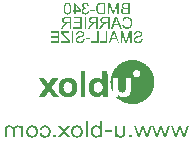
<source format=gbo>
G04*
G04 #@! TF.GenerationSoftware,Altium Limited,Altium Designer,21.6.4 (81)*
G04*
G04 Layer_Color=32896*
%FSLAX44Y44*%
%MOMM*%
G71*
G04*
G04 #@! TF.SameCoordinates,FA297D3A-E3D9-4574-8739-6FC88F1804E8*
G04*
G04*
G04 #@! TF.FilePolarity,Positive*
G04*
G01*
G75*
G36*
X117686Y279343D02*
X117932D01*
X118179Y279325D01*
X118426Y279307D01*
X118514D01*
X118620Y279290D01*
X118743D01*
X118849Y279272D01*
X118955D01*
X119043Y279254D01*
X119078Y279237D01*
Y279219D01*
X119096Y279184D01*
Y279131D01*
X119114Y279025D01*
Y278867D01*
X119131Y278761D01*
Y278655D01*
Y278514D01*
Y278356D01*
Y278338D01*
Y278320D01*
Y278267D01*
Y278197D01*
Y278109D01*
X119149Y278003D01*
Y277880D01*
Y277738D01*
Y277404D01*
X119166Y276998D01*
Y276522D01*
Y275993D01*
Y275976D01*
Y275923D01*
Y275852D01*
Y275729D01*
Y275588D01*
Y275429D01*
Y275235D01*
Y275006D01*
Y274759D01*
Y274513D01*
X119184Y274213D01*
Y273913D01*
Y273261D01*
X119202Y272556D01*
Y272538D01*
Y272468D01*
Y272362D01*
Y272221D01*
Y272027D01*
Y271816D01*
Y271569D01*
Y271287D01*
Y270987D01*
Y270670D01*
Y270317D01*
Y269965D01*
Y269189D01*
Y268378D01*
Y257608D01*
X115183D01*
Y258560D01*
Y258577D01*
Y258630D01*
Y258701D01*
Y258806D01*
Y259036D01*
X115165Y259247D01*
Y259265D01*
Y259300D01*
X115147Y259388D01*
X115130Y259494D01*
Y259512D01*
X115112Y259529D01*
X115077Y259512D01*
X115006Y259441D01*
X114953Y259388D01*
X114883Y259318D01*
X114865D01*
X114848Y259282D01*
X114724Y259194D01*
X114566Y259036D01*
X114372Y258859D01*
X114354Y258842D01*
X114319Y258824D01*
X114266Y258771D01*
X114195Y258701D01*
X114107Y258630D01*
X114002Y258542D01*
X113719Y258330D01*
X113385Y258119D01*
X112997Y257890D01*
X112556Y257678D01*
X112080Y257502D01*
X112062D01*
X112027Y257484D01*
X111939Y257467D01*
X111851Y257449D01*
X111728Y257414D01*
X111587Y257396D01*
X111410Y257361D01*
X111216Y257343D01*
X111022Y257308D01*
X110793Y257290D01*
X110300Y257273D01*
X109771Y257290D01*
X109189Y257343D01*
X109171D01*
X109101Y257361D01*
X109013Y257379D01*
X108872Y257396D01*
X108731Y257432D01*
X108537Y257467D01*
X108325Y257502D01*
X108114Y257572D01*
X107620Y257714D01*
X107109Y257908D01*
X106598Y258137D01*
X106122Y258436D01*
X106104Y258454D01*
X106069Y258472D01*
X105998Y258524D01*
X105910Y258595D01*
X105805Y258683D01*
X105681Y258806D01*
X105558Y258930D01*
X105399Y259088D01*
X105241Y259247D01*
X105082Y259441D01*
X104923Y259635D01*
X104747Y259864D01*
X104571Y260111D01*
X104412Y260375D01*
X104253Y260640D01*
X104095Y260939D01*
Y260957D01*
X104077Y260975D01*
X104059Y261028D01*
X104024Y261098D01*
X103954Y261292D01*
X103848Y261539D01*
X103742Y261838D01*
X103654Y262173D01*
X103548Y262526D01*
X103478Y262914D01*
Y262931D01*
X103460Y262967D01*
Y263020D01*
X103442Y263108D01*
X103425Y263196D01*
X103407Y263319D01*
X103390Y263460D01*
X103372Y263619D01*
X103337Y263971D01*
X103319Y264394D01*
X103284Y264870D01*
Y265382D01*
Y265399D01*
Y265470D01*
Y265576D01*
Y265734D01*
X103301Y265910D01*
Y266104D01*
X103319Y266334D01*
X103354Y266598D01*
X103372Y266862D01*
X103407Y267162D01*
X103495Y267761D01*
X103619Y268361D01*
X103795Y268960D01*
Y268978D01*
X103813Y269030D01*
X103848Y269119D01*
X103883Y269224D01*
X103936Y269348D01*
X104007Y269506D01*
X104077Y269683D01*
X104165Y269859D01*
X104377Y270282D01*
X104641Y270705D01*
X104941Y271146D01*
X105293Y271551D01*
X105311Y271569D01*
X105346Y271604D01*
X105399Y271639D01*
X105470Y271710D01*
X105558Y271798D01*
X105681Y271886D01*
X105946Y272115D01*
X106298Y272344D01*
X106668Y272591D01*
X107109Y272803D01*
X107567Y272997D01*
X107585D01*
X107620Y273014D01*
X107691Y273032D01*
X107797Y273067D01*
X107902Y273102D01*
X108061Y273138D01*
X108220Y273173D01*
X108413Y273208D01*
X108625Y273244D01*
X108854Y273279D01*
X109101Y273314D01*
X109365Y273332D01*
X109930Y273367D01*
X110688D01*
X110776Y273349D01*
X110881D01*
X111005Y273332D01*
X111287Y273296D01*
X111604Y273244D01*
X111939Y273173D01*
X112292Y273085D01*
X112609Y272979D01*
X112644Y272961D01*
X112750Y272926D01*
X112909Y272838D01*
X113103Y272732D01*
X113349Y272574D01*
X113614Y272397D01*
X113913Y272186D01*
X114213Y271921D01*
X114883Y271287D01*
Y279360D01*
X117457D01*
X117686Y279343D01*
D02*
G37*
G36*
X76367Y273085D02*
X76878D01*
X77001Y273067D01*
X77142D01*
X77266Y273050D01*
X77336D01*
X77371Y273032D01*
X77354Y273014D01*
X77336Y272961D01*
X77266Y272873D01*
X77177Y272732D01*
X77107Y272644D01*
X77036Y272521D01*
X76948Y272397D01*
X76842Y272239D01*
X76719Y272062D01*
X76578Y271868D01*
X76561Y271851D01*
X76543Y271816D01*
X76490Y271763D01*
X76437Y271675D01*
X76349Y271569D01*
X76261Y271428D01*
X76155Y271287D01*
X76032Y271128D01*
X75891Y270934D01*
X75750Y270723D01*
X75432Y270282D01*
X75062Y269771D01*
X74657Y269207D01*
X74639Y269189D01*
X74604Y269136D01*
X74551Y269048D01*
X74463Y268942D01*
X74357Y268801D01*
X74251Y268643D01*
X74110Y268466D01*
X73969Y268290D01*
X73670Y267867D01*
X73352Y267409D01*
X73017Y266950D01*
X72718Y266510D01*
X72700Y266492D01*
X72682Y266457D01*
X72647Y266404D01*
X72594Y266333D01*
X72471Y266157D01*
X72330Y265946D01*
X72189Y265734D01*
X72065Y265540D01*
X72013Y265452D01*
X71977Y265399D01*
X71942Y265346D01*
Y265329D01*
X71960Y265311D01*
X71995Y265258D01*
X72065Y265170D01*
X72171Y265029D01*
X72242Y264923D01*
X72330Y264818D01*
X72436Y264676D01*
X72541Y264535D01*
X72665Y264342D01*
X72823Y264148D01*
X72841Y264130D01*
X72859Y264095D01*
X72912Y264024D01*
X72964Y263936D01*
X73053Y263830D01*
X73141Y263707D01*
X73264Y263548D01*
X73387Y263372D01*
X73511Y263178D01*
X73670Y262967D01*
X74004Y262508D01*
X74375Y261979D01*
X74798Y261398D01*
X77671Y257608D01*
X75291Y257643D01*
X72912Y257678D01*
X71237Y259988D01*
Y260005D01*
X71202Y260023D01*
X71166Y260076D01*
X71114Y260146D01*
X70990Y260322D01*
X70814Y260552D01*
X70638Y260798D01*
X70426Y261080D01*
X70215Y261362D01*
X70021Y261627D01*
X70003Y261662D01*
X69932Y261733D01*
X69844Y261856D01*
X69756Y261979D01*
X69650Y262103D01*
X69545Y262226D01*
X69474Y262297D01*
X69439Y262332D01*
X69421D01*
X69404Y262314D01*
X69351Y262262D01*
X69298Y262191D01*
X69192Y262068D01*
X69069Y261909D01*
X68892Y261680D01*
X68875Y261644D01*
X68804Y261556D01*
X68681Y261415D01*
X68540Y261221D01*
X68364Y260975D01*
X68152Y260693D01*
X67905Y260375D01*
X67659Y260023D01*
X65913Y257678D01*
X63428Y257643D01*
X63252D01*
X63058Y257625D01*
X61401D01*
X61260Y257643D01*
X61136D01*
X61013Y257661D01*
X60925D01*
X60890Y257678D01*
X60907Y257696D01*
X60925Y257731D01*
X60995Y257819D01*
X61101Y257960D01*
X61172Y258048D01*
X61242Y258154D01*
X61348Y258295D01*
X61454Y258454D01*
X61595Y258630D01*
X61736Y258824D01*
X61753Y258842D01*
X61771Y258877D01*
X61824Y258948D01*
X61877Y259036D01*
X61965Y259141D01*
X62053Y259282D01*
X62176Y259423D01*
X62300Y259600D01*
X62441Y259794D01*
X62599Y260005D01*
X62934Y260481D01*
X63340Y260992D01*
X63763Y261574D01*
X63780Y261592D01*
X63816Y261644D01*
X63886Y261733D01*
X63974Y261856D01*
X64080Y261997D01*
X64204Y262173D01*
X64327Y262367D01*
X64486Y262561D01*
X64803Y263002D01*
X65138Y263478D01*
X65473Y263936D01*
X65772Y264377D01*
Y264394D01*
X65808Y264430D01*
X65843Y264482D01*
X65878Y264553D01*
X66002Y264729D01*
X66143Y264941D01*
X66266Y265152D01*
X66389Y265346D01*
X66425Y265417D01*
X66460Y265487D01*
X66477Y265540D01*
Y265558D01*
X66460Y265575D01*
X66425Y265611D01*
X66372Y265664D01*
X66301Y265752D01*
X66213Y265875D01*
X66090Y266034D01*
X65931Y266263D01*
X65913Y266298D01*
X65843Y266386D01*
X65755Y266527D01*
X65614Y266704D01*
X65455Y266933D01*
X65279Y267197D01*
X65067Y267479D01*
X64838Y267796D01*
Y267814D01*
X64803Y267832D01*
X64785Y267885D01*
X64732Y267938D01*
X64609Y268114D01*
X64433Y268361D01*
X64239Y268625D01*
X64010Y268960D01*
X63745Y269312D01*
X63463Y269700D01*
X63446Y269718D01*
X63428Y269753D01*
X63393Y269806D01*
X63340Y269877D01*
X63199Y270070D01*
X63005Y270317D01*
X62811Y270582D01*
X62599Y270881D01*
X62388Y271163D01*
X62194Y271428D01*
X62176Y271463D01*
X62106Y271534D01*
X62018Y271657D01*
X61912Y271798D01*
X61789Y271974D01*
X61648Y272150D01*
X61383Y272521D01*
X61365Y272538D01*
X61330Y272591D01*
X61277Y272679D01*
X61207Y272768D01*
X61154Y272856D01*
X61101Y272944D01*
X61066Y272997D01*
X61048Y273032D01*
X61066D01*
X61083Y273050D01*
X61136D01*
X61207Y273067D01*
X61330D01*
X61489Y273085D01*
X63005D01*
X63357Y273067D01*
X65649Y273032D01*
X67288Y270758D01*
Y270740D01*
X67324Y270723D01*
X67359Y270670D01*
X67394Y270599D01*
X67535Y270423D01*
X67694Y270194D01*
X67870Y269947D01*
X68082Y269665D01*
X68275Y269401D01*
X68487Y269136D01*
X68505Y269101D01*
X68575Y269030D01*
X68646Y268925D01*
X68751Y268801D01*
X68840Y268678D01*
X68928Y268572D01*
X68998Y268502D01*
X69033Y268466D01*
X69051D01*
X69069Y268484D01*
X69122Y268519D01*
X69192Y268607D01*
X69280Y268713D01*
X69421Y268872D01*
X69598Y269101D01*
X69615Y269136D01*
X69686Y269224D01*
X69791Y269383D01*
X69932Y269577D01*
X70109Y269824D01*
X70303Y270106D01*
X70532Y270405D01*
X70779Y270758D01*
X72453Y273102D01*
X76067D01*
X76367Y273085D01*
D02*
G37*
G36*
X100499Y268466D02*
Y257608D01*
X96339D01*
Y279360D01*
X100499D01*
Y268466D01*
D02*
G37*
G36*
X86908Y273314D02*
X87348Y273279D01*
X87772Y273244D01*
X87965Y273208D01*
X88142Y273173D01*
X88159D01*
X88230Y273155D01*
X88336Y273120D01*
X88477Y273085D01*
X88653Y273014D01*
X88864Y272944D01*
X89094Y272856D01*
X89340Y272768D01*
X89887Y272503D01*
X90187Y272362D01*
X90469Y272186D01*
X90768Y271992D01*
X91068Y271780D01*
X91350Y271551D01*
X91632Y271304D01*
X91650Y271287D01*
X91703Y271234D01*
X91773Y271163D01*
X91861Y271058D01*
X91985Y270917D01*
X92108Y270758D01*
X92249Y270564D01*
X92408Y270352D01*
X92566Y270123D01*
X92725Y269859D01*
X92884Y269577D01*
X93042Y269277D01*
X93183Y268960D01*
X93324Y268625D01*
X93430Y268272D01*
X93536Y267902D01*
Y267885D01*
Y267867D01*
X93553Y267814D01*
X93571Y267726D01*
X93589Y267638D01*
Y267514D01*
X93606Y267391D01*
X93624Y267232D01*
X93642Y267056D01*
X93659Y266862D01*
X93677Y266651D01*
X93694Y266439D01*
X93712Y265928D01*
X93730Y265346D01*
Y265329D01*
Y265276D01*
Y265188D01*
Y265082D01*
Y264941D01*
X93712Y264782D01*
Y264430D01*
X93677Y264024D01*
X93642Y263601D01*
X93606Y263178D01*
X93536Y262808D01*
Y262790D01*
X93518Y262720D01*
X93483Y262614D01*
X93448Y262473D01*
X93377Y262297D01*
X93307Y262085D01*
X93218Y261856D01*
X93130Y261609D01*
X92866Y261080D01*
X92725Y260798D01*
X92549Y260516D01*
X92372Y260217D01*
X92161Y259935D01*
X91932Y259670D01*
X91685Y259406D01*
X91667Y259388D01*
X91614Y259353D01*
X91544Y259282D01*
X91438Y259194D01*
X91297Y259071D01*
X91138Y258948D01*
X90945Y258806D01*
X90733Y258665D01*
X90486Y258507D01*
X90222Y258348D01*
X89940Y258190D01*
X89640Y258031D01*
X89305Y257890D01*
X88953Y257749D01*
X88582Y257625D01*
X88195Y257520D01*
X88177D01*
X88159Y257502D01*
X88089D01*
X88018Y257484D01*
X87930Y257467D01*
X87824Y257449D01*
X87683Y257414D01*
X87525Y257396D01*
X87366Y257379D01*
X87172Y257343D01*
X86749Y257308D01*
X86256Y257290D01*
X85691Y257273D01*
X85304D01*
X85145Y257290D01*
X84792Y257308D01*
X84387Y257326D01*
X83982Y257379D01*
X83576Y257432D01*
X83206Y257520D01*
X83188D01*
X83118Y257537D01*
X83012Y257572D01*
X82871Y257608D01*
X82695Y257678D01*
X82501Y257731D01*
X82289Y257819D01*
X82043Y257907D01*
X81531Y258154D01*
X80985Y258436D01*
X80438Y258789D01*
X80192Y258983D01*
X79945Y259194D01*
X79927Y259212D01*
X79892Y259247D01*
X79822Y259318D01*
X79733Y259406D01*
X79628Y259529D01*
X79504Y259670D01*
X79381Y259846D01*
X79222Y260040D01*
X79064Y260252D01*
X78905Y260481D01*
X78746Y260746D01*
X78588Y261028D01*
X78429Y261327D01*
X78288Y261644D01*
X78129Y261979D01*
X78006Y262332D01*
X77988Y262350D01*
X77971Y262402D01*
X77935Y262508D01*
X77900Y262632D01*
X77865Y262773D01*
X77830Y262949D01*
X77794Y263125D01*
X77777Y263337D01*
Y263372D01*
Y263442D01*
X77759Y263601D01*
Y263795D01*
Y264077D01*
X77741Y264412D01*
Y264606D01*
Y264818D01*
Y265047D01*
Y265293D01*
Y265311D01*
Y265364D01*
Y265434D01*
Y265523D01*
Y265646D01*
Y265769D01*
Y266069D01*
X77759Y266404D01*
Y266721D01*
X77777Y267038D01*
Y267162D01*
X77794Y267285D01*
Y267321D01*
X77812Y267391D01*
Y267497D01*
X77847Y267656D01*
X77882Y267832D01*
X77918Y268043D01*
X78041Y268502D01*
Y268519D01*
X78059Y268572D01*
X78094Y268660D01*
X78147Y268784D01*
X78200Y268925D01*
X78270Y269101D01*
X78341Y269277D01*
X78447Y269489D01*
X78676Y269930D01*
X78975Y270405D01*
X79328Y270864D01*
X79751Y271322D01*
X79769Y271340D01*
X79804Y271375D01*
X79874Y271428D01*
X79963Y271516D01*
X80086Y271604D01*
X80227Y271710D01*
X80386Y271833D01*
X80580Y271974D01*
X80791Y272115D01*
X81020Y272256D01*
X81267Y272397D01*
X81531Y272538D01*
X81831Y272679D01*
X82131Y272820D01*
X82801Y273067D01*
X82836Y273085D01*
X82871D01*
X82942Y273102D01*
X83012Y273120D01*
X83118Y273138D01*
X83241Y273155D01*
X83382Y273191D01*
X83541Y273208D01*
X83735Y273226D01*
X83946Y273261D01*
X84176Y273279D01*
X84440Y273296D01*
X84722Y273314D01*
X85039Y273332D01*
X86449D01*
X86908Y273314D01*
D02*
G37*
G36*
X142170Y288544D02*
X142188D01*
X142276Y288527D01*
X142382Y288509D01*
X142541Y288491D01*
X142734Y288456D01*
X142964Y288421D01*
X143228Y288368D01*
X143510Y288315D01*
X143827Y288245D01*
X144145Y288174D01*
X144850Y288015D01*
X145573Y287804D01*
X146313Y287575D01*
X146330D01*
X146401Y287540D01*
X146507Y287504D01*
X146648Y287451D01*
X146824Y287381D01*
X147018Y287310D01*
X147247Y287222D01*
X147512Y287116D01*
X147776Y286993D01*
X148076Y286870D01*
X148693Y286570D01*
X149362Y286235D01*
X150015Y285865D01*
X150032Y285847D01*
X150085Y285812D01*
X150191Y285759D01*
X150314Y285689D01*
X150455Y285583D01*
X150632Y285459D01*
X150843Y285318D01*
X151055Y285177D01*
X151548Y284807D01*
X152077Y284402D01*
X152641Y283926D01*
X153188Y283415D01*
X153205Y283397D01*
X153258Y283344D01*
X153329Y283274D01*
X153434Y283168D01*
X153575Y283027D01*
X153716Y282868D01*
X153893Y282692D01*
X154069Y282480D01*
X154281Y282251D01*
X154492Y282004D01*
X154950Y281476D01*
X155409Y280876D01*
X155867Y280242D01*
X155885Y280224D01*
X155920Y280154D01*
X155990Y280048D01*
X156079Y279907D01*
X156184Y279713D01*
X156308Y279501D01*
X156449Y279254D01*
X156607Y278972D01*
X156766Y278673D01*
X156942Y278338D01*
X157119Y277985D01*
X157295Y277633D01*
X157630Y276840D01*
X157947Y276011D01*
Y275993D01*
X157982Y275905D01*
X158018Y275782D01*
X158070Y275623D01*
X158123Y275412D01*
X158194Y275165D01*
X158264Y274883D01*
X158335Y274583D01*
X158423Y274231D01*
X158493Y273878D01*
X158564Y273490D01*
X158652Y273085D01*
X158776Y272239D01*
X158864Y271357D01*
Y271322D01*
Y271252D01*
X158881Y271128D01*
Y270952D01*
Y270740D01*
Y270476D01*
X158899Y270194D01*
X158881Y269877D01*
Y269524D01*
X158864Y269154D01*
X158846Y268766D01*
X158811Y268361D01*
X158723Y267514D01*
X158582Y266633D01*
Y266598D01*
X158564Y266527D01*
X158529Y266404D01*
X158493Y266228D01*
X158458Y266016D01*
X158388Y265769D01*
X158317Y265487D01*
X158247Y265170D01*
X158141Y264835D01*
X158035Y264483D01*
X157788Y263725D01*
X157471Y262914D01*
X157119Y262103D01*
X157101Y262085D01*
X157066Y262015D01*
X157013Y261909D01*
X156942Y261750D01*
X156854Y261574D01*
X156748Y261362D01*
X156607Y261133D01*
X156466Y260869D01*
X156308Y260587D01*
X156131Y260287D01*
X155726Y259653D01*
X155268Y259000D01*
X154774Y258348D01*
X154756Y258330D01*
X154704Y258278D01*
X154633Y258190D01*
X154527Y258066D01*
X154404Y257908D01*
X154245Y257731D01*
X154069Y257537D01*
X153875Y257326D01*
X153646Y257097D01*
X153417Y256850D01*
X152888Y256339D01*
X152306Y255810D01*
X151689Y255299D01*
X151672Y255281D01*
X151619Y255246D01*
X151513Y255175D01*
X151390Y255069D01*
X151231Y254964D01*
X151037Y254823D01*
X150826Y254682D01*
X150579Y254523D01*
X150314Y254347D01*
X150032Y254170D01*
X149715Y253976D01*
X149398Y253800D01*
X148710Y253430D01*
X147970Y253078D01*
X147952Y253060D01*
X147882Y253042D01*
X147776Y252989D01*
X147617Y252936D01*
X147441Y252848D01*
X147229Y252760D01*
X146965Y252672D01*
X146701Y252566D01*
X146383Y252460D01*
X146066Y252337D01*
X145714Y252231D01*
X145343Y252108D01*
X144568Y251896D01*
X143739Y251702D01*
X143722D01*
X143686Y251685D01*
X143598D01*
X143510Y251667D01*
X143369Y251650D01*
X143210Y251614D01*
X143034Y251597D01*
X142823Y251579D01*
X142593Y251544D01*
X142329Y251526D01*
X142029Y251509D01*
X141730Y251473D01*
X141377Y251456D01*
X141025D01*
X140637Y251438D01*
X139667D01*
X139456Y251456D01*
X139209D01*
X138962Y251473D01*
X138398Y251509D01*
X137834Y251544D01*
X137288Y251614D01*
X137023Y251650D01*
X136794Y251702D01*
X136759D01*
X136671Y251738D01*
X136530Y251773D01*
X136336Y251808D01*
X136089Y251879D01*
X135807Y251949D01*
X135490Y252055D01*
X135137Y252161D01*
X134767Y252267D01*
X134361Y252408D01*
X133938Y252549D01*
X133498Y252707D01*
X132616Y253078D01*
X131717Y253501D01*
X131682Y253518D01*
X131611Y253553D01*
X131488Y253624D01*
X131312Y253712D01*
X131118Y253836D01*
X130871Y253976D01*
X130589Y254135D01*
X130289Y254329D01*
X129972Y254523D01*
X129637Y254752D01*
X129285Y254999D01*
X128914Y255263D01*
X128174Y255845D01*
X127451Y256480D01*
X126341Y257608D01*
X128192D01*
Y258348D01*
Y258366D01*
Y258401D01*
Y258472D01*
Y258542D01*
Y258718D01*
X128209Y258895D01*
Y258912D01*
Y258930D01*
X128227Y259018D01*
X128245Y259088D01*
Y259106D01*
X128262Y259124D01*
X128280D01*
X128315Y259106D01*
X128403Y259053D01*
X128527Y258948D01*
X128562Y258912D01*
X128650Y258842D01*
X128773Y258718D01*
X128932Y258560D01*
X128950D01*
X128967Y258524D01*
X129020Y258489D01*
X129091Y258436D01*
X129267Y258295D01*
X129514Y258137D01*
X129813Y257943D01*
X130148Y257766D01*
X130519Y257590D01*
X130906Y257449D01*
X130924D01*
X130959Y257432D01*
X131012Y257414D01*
X131100Y257396D01*
X131206Y257379D01*
X131329Y257343D01*
X131470Y257326D01*
X131629Y257290D01*
X131999Y257255D01*
X132422Y257220D01*
X132916D01*
X133445Y257238D01*
X133533D01*
X133639Y257255D01*
X133762Y257273D01*
X133938Y257290D01*
X134115Y257326D01*
X134344Y257361D01*
X134573Y257414D01*
X135084Y257537D01*
X135631Y257714D01*
X136177Y257960D01*
X136441Y258119D01*
X136688Y258278D01*
X136706Y258295D01*
X136741Y258330D01*
X136812Y258383D01*
X136900Y258454D01*
X137006Y258542D01*
X137129Y258665D01*
X137270Y258806D01*
X137411Y258948D01*
X137570Y259124D01*
X137728Y259318D01*
X137869Y259529D01*
X138028Y259758D01*
X138310Y260270D01*
X138433Y260534D01*
X138539Y260834D01*
Y260851D01*
X138557Y260922D01*
X138592Y261028D01*
X138610Y261204D01*
X138645Y261415D01*
X138680Y261697D01*
X138715Y262032D01*
X138733Y262420D01*
Y262438D01*
Y262473D01*
Y262561D01*
Y262667D01*
X138751Y262808D01*
Y262984D01*
Y263213D01*
X138768Y263478D01*
Y263778D01*
X138786Y264130D01*
Y264535D01*
X138804Y264994D01*
Y265487D01*
X138821Y266051D01*
Y266668D01*
X138839Y267338D01*
X138874Y273102D01*
X134555Y273032D01*
Y268466D01*
Y268449D01*
Y268431D01*
Y268378D01*
Y268308D01*
Y268132D01*
Y267902D01*
Y267620D01*
Y267285D01*
Y266933D01*
X134538Y266563D01*
Y265769D01*
X134520Y265364D01*
Y264994D01*
X134502Y264624D01*
Y264289D01*
X134485Y263989D01*
X134467Y263725D01*
Y263707D01*
Y263672D01*
X134450Y263601D01*
Y263531D01*
X134414Y263319D01*
X134379Y263055D01*
X134309Y262790D01*
X134238Y262508D01*
X134132Y262262D01*
X134079Y262156D01*
X134026Y262068D01*
X134009Y262050D01*
X133956Y261979D01*
X133868Y261874D01*
X133780Y261768D01*
X133656Y261627D01*
X133515Y261504D01*
X133374Y261398D01*
X133216Y261310D01*
X133198D01*
X133145Y261274D01*
X133039Y261257D01*
X132898Y261221D01*
X132722Y261169D01*
X132493Y261133D01*
X132228Y261098D01*
X131911Y261063D01*
X131576D01*
X131453Y261080D01*
X131171Y261098D01*
X130836Y261133D01*
X130483Y261204D01*
X130148Y261292D01*
X129849Y261415D01*
X129831D01*
X129813Y261433D01*
X129725Y261486D01*
X129584Y261592D01*
X129408Y261733D01*
X129214Y261927D01*
X129020Y262173D01*
X128826Y262455D01*
X128650Y262808D01*
Y262826D01*
X128632Y262878D01*
X128597Y262967D01*
X128562Y263108D01*
X128527Y263284D01*
X128491Y263495D01*
X128456Y263760D01*
X128439Y264060D01*
Y264077D01*
Y264112D01*
Y264165D01*
X128421Y264253D01*
Y264377D01*
Y264518D01*
Y264694D01*
X128403Y264923D01*
Y265170D01*
X128386Y265470D01*
Y265822D01*
Y266210D01*
X128368Y266633D01*
Y267109D01*
X128350Y267656D01*
Y268237D01*
X128315Y273102D01*
X124032D01*
Y266968D01*
Y260869D01*
X123556Y261803D01*
Y261821D01*
X123538Y261856D01*
X123503Y261909D01*
X123468Y261979D01*
X123415Y262068D01*
X123362Y262191D01*
X123309Y262314D01*
X123238Y262473D01*
X123080Y262826D01*
X122921Y263231D01*
X122745Y263707D01*
X122569Y264218D01*
Y264236D01*
X122551Y264289D01*
X122516Y264359D01*
X122498Y264465D01*
X122445Y264588D01*
X122410Y264747D01*
X122357Y264906D01*
X122304Y265100D01*
X122198Y265505D01*
X122093Y265946D01*
X121987Y266404D01*
X121916Y266862D01*
Y266880D01*
X121899Y266915D01*
Y266986D01*
X121881Y267091D01*
X121863Y267215D01*
X121846Y267356D01*
X121828Y267532D01*
X121793Y267726D01*
X121775Y267938D01*
X121758Y268184D01*
X121740Y268431D01*
X121722Y268713D01*
X121705Y269013D01*
Y269312D01*
X121687Y269982D01*
Y270000D01*
Y270070D01*
Y270159D01*
Y270300D01*
Y270458D01*
X121705Y270635D01*
Y270846D01*
X121722Y271075D01*
X121740Y271569D01*
X121775Y272080D01*
X121846Y272609D01*
X121916Y273102D01*
Y273138D01*
X121934Y273226D01*
X121969Y273384D01*
X122004Y273596D01*
X122057Y273843D01*
X122128Y274142D01*
X122216Y274477D01*
X122304Y274848D01*
X122428Y275253D01*
X122551Y275676D01*
X122692Y276117D01*
X122851Y276575D01*
X123027Y277051D01*
X123221Y277509D01*
X123432Y277985D01*
X123661Y278461D01*
X123679Y278496D01*
X123714Y278567D01*
X123802Y278708D01*
X123891Y278884D01*
X124014Y279096D01*
X124173Y279360D01*
X124349Y279642D01*
X124560Y279960D01*
X124772Y280294D01*
X125019Y280647D01*
X125301Y281017D01*
X125583Y281405D01*
X125883Y281793D01*
X126200Y282181D01*
X126905Y282939D01*
X126923Y282956D01*
X126993Y283027D01*
X127099Y283133D01*
X127240Y283274D01*
X127434Y283450D01*
X127645Y283644D01*
X127892Y283873D01*
X128174Y284102D01*
X128491Y284366D01*
X128826Y284631D01*
X129197Y284913D01*
X129567Y285195D01*
X129990Y285477D01*
X130413Y285759D01*
X131312Y286306D01*
X131347Y286323D01*
X131418Y286358D01*
X131559Y286429D01*
X131753Y286535D01*
X131982Y286640D01*
X132264Y286782D01*
X132581Y286922D01*
X132934Y287064D01*
X133321Y287222D01*
X133744Y287398D01*
X134185Y287557D01*
X134661Y287716D01*
X135155Y287874D01*
X135648Y288015D01*
X136177Y288156D01*
X136706Y288280D01*
X136741D01*
X136794Y288297D01*
X136865D01*
X136953Y288315D01*
X137076Y288333D01*
X137199Y288350D01*
X137358Y288368D01*
X137552Y288386D01*
X137746Y288403D01*
X137975Y288421D01*
X138222Y288438D01*
X138504Y288456D01*
X138804Y288474D01*
X139138Y288491D01*
X139491Y288509D01*
X139579D01*
X139667Y288527D01*
X139967D01*
X140143Y288544D01*
X140337D01*
X140549Y288562D01*
X142012D01*
X142170Y288544D01*
D02*
G37*
G36*
X100737Y336983D02*
X100941Y336962D01*
X101138Y336927D01*
X101321Y336884D01*
X101490Y336835D01*
X101645Y336779D01*
X101793Y336723D01*
X101926Y336659D01*
X102046Y336596D01*
X102152Y336540D01*
X102243Y336483D01*
X102320Y336434D01*
X102384Y336392D01*
X102426Y336357D01*
X102454Y336336D01*
X102461Y336329D01*
X102602Y336202D01*
X102729Y336061D01*
X102841Y335914D01*
X102940Y335759D01*
X103031Y335604D01*
X103116Y335449D01*
X103186Y335294D01*
X103249Y335147D01*
X103298Y335006D01*
X103341Y334879D01*
X103376Y334767D01*
X103404Y334661D01*
X103425Y334577D01*
X103439Y334520D01*
X103453Y334478D01*
Y334471D01*
Y334464D01*
X102257Y334253D01*
X102229Y334415D01*
X102194Y334563D01*
X102159Y334696D01*
X102109Y334823D01*
X102067Y334943D01*
X102011Y335048D01*
X101962Y335147D01*
X101912Y335238D01*
X101863Y335308D01*
X101821Y335379D01*
X101779Y335435D01*
X101743Y335477D01*
X101708Y335513D01*
X101687Y335541D01*
X101673Y335555D01*
X101666Y335562D01*
X101575Y335639D01*
X101483Y335709D01*
X101385Y335766D01*
X101286Y335815D01*
X101188Y335864D01*
X101096Y335900D01*
X100913Y335949D01*
X100829Y335970D01*
X100751Y335984D01*
X100681Y335991D01*
X100618Y335998D01*
X100576Y336005D01*
X100505D01*
X100379Y335998D01*
X100252Y335984D01*
X100139Y335963D01*
X100027Y335935D01*
X99928Y335906D01*
X99830Y335864D01*
X99745Y335829D01*
X99668Y335787D01*
X99598Y335745D01*
X99534Y335709D01*
X99485Y335667D01*
X99436Y335639D01*
X99401Y335611D01*
X99380Y335590D01*
X99365Y335576D01*
X99358Y335569D01*
X99281Y335484D01*
X99211Y335400D01*
X99147Y335308D01*
X99098Y335217D01*
X99056Y335126D01*
X99021Y335034D01*
X98964Y334865D01*
X98943Y334788D01*
X98929Y334717D01*
X98922Y334647D01*
X98915Y334598D01*
X98908Y334549D01*
Y334514D01*
Y334492D01*
Y334485D01*
X98915Y334338D01*
X98936Y334197D01*
X98964Y334063D01*
X99007Y333944D01*
X99049Y333831D01*
X99098Y333732D01*
X99154Y333641D01*
X99211Y333557D01*
X99274Y333486D01*
X99323Y333423D01*
X99380Y333374D01*
X99422Y333331D01*
X99464Y333296D01*
X99492Y333275D01*
X99513Y333261D01*
X99520Y333254D01*
X99633Y333184D01*
X99752Y333127D01*
X99872Y333071D01*
X99992Y333029D01*
X100224Y332958D01*
X100329Y332930D01*
X100435Y332909D01*
X100533Y332895D01*
X100618Y332881D01*
X100695Y332874D01*
X100765Y332867D01*
X100815Y332860D01*
X100948D01*
X101012Y332867D01*
X101040D01*
X101061Y332874D01*
X101082D01*
X101216Y331826D01*
X101033Y331868D01*
X100871Y331896D01*
X100730Y331924D01*
X100604Y331938D01*
X100505Y331945D01*
X100435Y331952D01*
X100372D01*
X100217Y331945D01*
X100076Y331931D01*
X99935Y331903D01*
X99809Y331868D01*
X99689Y331826D01*
X99577Y331784D01*
X99471Y331734D01*
X99380Y331685D01*
X99295Y331636D01*
X99218Y331587D01*
X99154Y331544D01*
X99105Y331502D01*
X99063Y331467D01*
X99028Y331439D01*
X99014Y331425D01*
X99007Y331418D01*
X98908Y331312D01*
X98831Y331207D01*
X98753Y331094D01*
X98690Y330981D01*
X98641Y330869D01*
X98598Y330756D01*
X98563Y330644D01*
X98535Y330538D01*
X98507Y330440D01*
X98493Y330348D01*
X98479Y330264D01*
X98472Y330201D01*
X98465Y330137D01*
Y330095D01*
Y330067D01*
Y330060D01*
X98472Y329905D01*
X98493Y329750D01*
X98521Y329609D01*
X98556Y329476D01*
X98598Y329342D01*
X98648Y329230D01*
X98704Y329117D01*
X98753Y329019D01*
X98810Y328927D01*
X98866Y328850D01*
X98915Y328779D01*
X98957Y328723D01*
X98993Y328674D01*
X99021Y328646D01*
X99042Y328624D01*
X99049Y328618D01*
X99161Y328512D01*
X99274Y328428D01*
X99394Y328350D01*
X99513Y328280D01*
X99633Y328223D01*
X99752Y328174D01*
X99872Y328139D01*
X99978Y328104D01*
X100083Y328083D01*
X100175Y328062D01*
X100259Y328055D01*
X100336Y328041D01*
X100393D01*
X100442Y328033D01*
X100477D01*
X100611Y328041D01*
X100730Y328055D01*
X100850Y328076D01*
X100962Y328104D01*
X101068Y328139D01*
X101166Y328174D01*
X101258Y328216D01*
X101342Y328259D01*
X101420Y328294D01*
X101483Y328336D01*
X101546Y328371D01*
X101589Y328406D01*
X101631Y328434D01*
X101659Y328456D01*
X101673Y328470D01*
X101680Y328477D01*
X101772Y328568D01*
X101849Y328667D01*
X101926Y328779D01*
X101997Y328899D01*
X102116Y329138D01*
X102215Y329384D01*
X102250Y329497D01*
X102285Y329603D01*
X102313Y329694D01*
X102334Y329778D01*
X102356Y329849D01*
X102370Y329905D01*
X102377Y329933D01*
Y329947D01*
X103573Y329785D01*
X103545Y329560D01*
X103502Y329349D01*
X103439Y329152D01*
X103376Y328962D01*
X103298Y328786D01*
X103221Y328624D01*
X103137Y328470D01*
X103052Y328336D01*
X102968Y328216D01*
X102890Y328111D01*
X102813Y328019D01*
X102750Y327942D01*
X102693Y327879D01*
X102651Y327836D01*
X102623Y327808D01*
X102616Y327801D01*
X102454Y327668D01*
X102278Y327548D01*
X102102Y327449D01*
X101926Y327365D01*
X101743Y327288D01*
X101568Y327224D01*
X101392Y327175D01*
X101230Y327140D01*
X101075Y327105D01*
X100934Y327084D01*
X100808Y327062D01*
X100695Y327056D01*
X100611Y327048D01*
X100540Y327041D01*
X100484D01*
X100224Y327048D01*
X99978Y327077D01*
X99738Y327126D01*
X99520Y327182D01*
X99309Y327245D01*
X99119Y327323D01*
X98936Y327400D01*
X98774Y327485D01*
X98634Y327569D01*
X98500Y327646D01*
X98394Y327724D01*
X98303Y327787D01*
X98226Y327844D01*
X98176Y327893D01*
X98148Y327921D01*
X98134Y327928D01*
X97972Y328097D01*
X97824Y328273D01*
X97698Y328456D01*
X97592Y328639D01*
X97501Y328821D01*
X97423Y329004D01*
X97367Y329173D01*
X97318Y329342D01*
X97276Y329497D01*
X97248Y329638D01*
X97226Y329764D01*
X97212Y329877D01*
X97205Y329961D01*
X97198Y330032D01*
Y330074D01*
Y330088D01*
X97205Y330264D01*
X97219Y330426D01*
X97241Y330580D01*
X97276Y330728D01*
X97311Y330869D01*
X97346Y330996D01*
X97395Y331115D01*
X97438Y331228D01*
X97480Y331326D01*
X97522Y331411D01*
X97564Y331481D01*
X97599Y331544D01*
X97635Y331594D01*
X97656Y331629D01*
X97670Y331650D01*
X97677Y331657D01*
X97768Y331769D01*
X97874Y331875D01*
X97979Y331967D01*
X98085Y332051D01*
X98197Y332128D01*
X98310Y332192D01*
X98423Y332255D01*
X98528Y332304D01*
X98627Y332354D01*
X98718Y332389D01*
X98802Y332424D01*
X98880Y332445D01*
X98936Y332466D01*
X98986Y332480D01*
X99014Y332487D01*
X99021D01*
X98901Y332543D01*
X98788Y332607D01*
X98683Y332677D01*
X98584Y332740D01*
X98493Y332811D01*
X98416Y332881D01*
X98338Y332944D01*
X98275Y333008D01*
X98211Y333071D01*
X98162Y333127D01*
X98120Y333177D01*
X98085Y333219D01*
X98057Y333254D01*
X98036Y333282D01*
X98029Y333296D01*
X98021Y333303D01*
X97958Y333402D01*
X97909Y333500D01*
X97860Y333606D01*
X97824Y333704D01*
X97761Y333894D01*
X97719Y334077D01*
X97705Y334155D01*
X97698Y334232D01*
X97684Y334295D01*
Y334352D01*
X97677Y334394D01*
Y334429D01*
Y334450D01*
Y334457D01*
X97684Y334584D01*
X97691Y334703D01*
X97733Y334936D01*
X97789Y335147D01*
X97824Y335238D01*
X97853Y335330D01*
X97888Y335414D01*
X97923Y335484D01*
X97951Y335555D01*
X97979Y335604D01*
X98000Y335653D01*
X98021Y335681D01*
X98029Y335703D01*
X98036Y335709D01*
X98106Y335815D01*
X98183Y335921D01*
X98345Y336104D01*
X98514Y336265D01*
X98683Y336399D01*
X98760Y336455D01*
X98831Y336505D01*
X98894Y336547D01*
X98950Y336582D01*
X99000Y336610D01*
X99035Y336631D01*
X99056Y336638D01*
X99063Y336645D01*
X99190Y336709D01*
X99316Y336758D01*
X99443Y336807D01*
X99577Y336842D01*
X99823Y336906D01*
X99935Y336927D01*
X100048Y336948D01*
X100146Y336962D01*
X100238Y336969D01*
X100322Y336983D01*
X100393D01*
X100449Y336990D01*
X100526D01*
X100737Y336983D01*
D02*
G37*
G36*
X108252Y330137D02*
X104565D01*
Y331340D01*
X108252D01*
Y330137D01*
D02*
G37*
G36*
X128817Y327217D02*
X127572D01*
Y335505D01*
X124765Y327217D01*
X123597D01*
X120761Y335365D01*
Y327217D01*
X119516D01*
Y336955D01*
X121254D01*
X123590Y330179D01*
X123653Y329989D01*
X123716Y329813D01*
X123765Y329652D01*
X123822Y329497D01*
X123864Y329356D01*
X123906Y329230D01*
X123948Y329117D01*
X123984Y329011D01*
X124012Y328920D01*
X124040Y328843D01*
X124061Y328772D01*
X124075Y328716D01*
X124089Y328674D01*
X124103Y328646D01*
X124110Y328624D01*
Y328618D01*
X124138Y328716D01*
X124174Y328815D01*
X124209Y328927D01*
X124244Y329047D01*
X124321Y329286D01*
X124399Y329518D01*
X124434Y329631D01*
X124469Y329729D01*
X124497Y329821D01*
X124525Y329905D01*
X124546Y329968D01*
X124561Y330018D01*
X124568Y330046D01*
X124575Y330060D01*
X126882Y336955D01*
X128817D01*
Y327217D01*
D02*
G37*
G36*
X137893D02*
X134017D01*
X133848Y327224D01*
X133693Y327231D01*
X133545Y327245D01*
X133412Y327253D01*
X133278Y327267D01*
X133158Y327281D01*
X133053Y327302D01*
X132954Y327316D01*
X132870Y327330D01*
X132793Y327344D01*
X132729Y327351D01*
X132680Y327365D01*
X132645Y327372D01*
X132624Y327379D01*
X132617D01*
X132384Y327449D01*
X132180Y327520D01*
X131997Y327604D01*
X131920Y327640D01*
X131843Y327682D01*
X131779Y327717D01*
X131723Y327752D01*
X131674Y327780D01*
X131632Y327808D01*
X131596Y327829D01*
X131575Y327844D01*
X131561Y327858D01*
X131554D01*
X131399Y327984D01*
X131266Y328132D01*
X131146Y328280D01*
X131041Y328428D01*
X130956Y328554D01*
X130921Y328610D01*
X130893Y328660D01*
X130872Y328702D01*
X130858Y328730D01*
X130844Y328751D01*
Y328758D01*
X130745Y328983D01*
X130675Y329208D01*
X130618Y329427D01*
X130583Y329624D01*
X130569Y329708D01*
X130562Y329792D01*
X130555Y329863D01*
Y329919D01*
X130548Y329968D01*
Y330010D01*
Y330032D01*
Y330039D01*
X130555Y330193D01*
X130569Y330341D01*
X130590Y330489D01*
X130625Y330623D01*
X130661Y330756D01*
X130696Y330876D01*
X130745Y330989D01*
X130787Y331094D01*
X130829Y331185D01*
X130872Y331270D01*
X130914Y331340D01*
X130949Y331397D01*
X130984Y331446D01*
X131005Y331481D01*
X131019Y331502D01*
X131026Y331509D01*
X131118Y331622D01*
X131216Y331727D01*
X131329Y331826D01*
X131435Y331910D01*
X131547Y331995D01*
X131660Y332065D01*
X131772Y332128D01*
X131885Y332185D01*
X131983Y332241D01*
X132082Y332283D01*
X132166Y332318D01*
X132237Y332346D01*
X132300Y332368D01*
X132342Y332382D01*
X132377Y332396D01*
X132384D01*
X132258Y332459D01*
X132145Y332529D01*
X132040Y332600D01*
X131934Y332677D01*
X131843Y332755D01*
X131758Y332825D01*
X131688Y332895D01*
X131617Y332966D01*
X131561Y333029D01*
X131505Y333092D01*
X131463Y333142D01*
X131427Y333191D01*
X131399Y333233D01*
X131378Y333261D01*
X131371Y333275D01*
X131364Y333282D01*
X131301Y333388D01*
X131252Y333493D01*
X131202Y333592D01*
X131167Y333697D01*
X131104Y333894D01*
X131062Y334077D01*
X131048Y334155D01*
X131041Y334232D01*
X131026Y334295D01*
Y334352D01*
X131019Y334394D01*
Y334429D01*
Y334450D01*
Y334457D01*
X131026Y334584D01*
X131033Y334703D01*
X131083Y334943D01*
X131139Y335161D01*
X131174Y335259D01*
X131209Y335358D01*
X131252Y335442D01*
X131287Y335513D01*
X131315Y335583D01*
X131343Y335639D01*
X131371Y335681D01*
X131392Y335717D01*
X131399Y335738D01*
X131406Y335745D01*
X131484Y335857D01*
X131561Y335963D01*
X131646Y336054D01*
X131730Y336146D01*
X131821Y336230D01*
X131906Y336301D01*
X131990Y336371D01*
X132075Y336427D01*
X132152Y336483D01*
X132230Y336526D01*
X132293Y336568D01*
X132349Y336596D01*
X132399Y336624D01*
X132434Y336638D01*
X132455Y336652D01*
X132462D01*
X132588Y336709D01*
X132729Y336751D01*
X133025Y336828D01*
X133320Y336884D01*
X133468Y336899D01*
X133609Y336920D01*
X133735Y336927D01*
X133862Y336941D01*
X133967Y336948D01*
X134066D01*
X134143Y336955D01*
X137893D01*
Y327217D01*
D02*
G37*
G36*
X117447D02*
X113937D01*
X113620Y327224D01*
X113465Y327231D01*
X113324Y327245D01*
X113184Y327253D01*
X113057Y327267D01*
X112937Y327281D01*
X112825Y327302D01*
X112726Y327316D01*
X112635Y327330D01*
X112557Y327344D01*
X112494Y327351D01*
X112445Y327365D01*
X112403Y327372D01*
X112382Y327379D01*
X112375D01*
X112128Y327449D01*
X111903Y327527D01*
X111805Y327569D01*
X111706Y327604D01*
X111622Y327646D01*
X111537Y327689D01*
X111467Y327724D01*
X111404Y327759D01*
X111347Y327787D01*
X111298Y327815D01*
X111263Y327836D01*
X111235Y327851D01*
X111221Y327865D01*
X111214D01*
X111038Y327998D01*
X110869Y328139D01*
X110721Y328287D01*
X110588Y328428D01*
X110482Y328554D01*
X110433Y328610D01*
X110398Y328660D01*
X110369Y328695D01*
X110348Y328730D01*
X110334Y328744D01*
X110327Y328751D01*
X110179Y328976D01*
X110053Y329208D01*
X109933Y329448D01*
X109842Y329673D01*
X109799Y329771D01*
X109764Y329870D01*
X109729Y329954D01*
X109708Y330025D01*
X109687Y330081D01*
X109673Y330130D01*
X109659Y330158D01*
Y330165D01*
X109574Y330496D01*
X109511Y330834D01*
X109462Y331164D01*
X109448Y331326D01*
X109434Y331474D01*
X109419Y331615D01*
X109412Y331741D01*
X109405Y331854D01*
Y331945D01*
X109398Y332030D01*
Y332086D01*
Y332121D01*
Y332135D01*
X109405Y332375D01*
X109412Y332607D01*
X109434Y332832D01*
X109462Y333043D01*
X109490Y333247D01*
X109518Y333437D01*
X109553Y333620D01*
X109588Y333782D01*
X109631Y333929D01*
X109666Y334063D01*
X109694Y334176D01*
X109722Y334274D01*
X109750Y334352D01*
X109771Y334401D01*
X109778Y334436D01*
X109785Y334450D01*
X109863Y334633D01*
X109947Y334816D01*
X110032Y334978D01*
X110123Y335140D01*
X110222Y335287D01*
X110320Y335421D01*
X110412Y335548D01*
X110503Y335667D01*
X110595Y335766D01*
X110672Y335857D01*
X110749Y335935D01*
X110813Y335998D01*
X110862Y336047D01*
X110904Y336090D01*
X110932Y336111D01*
X110939Y336118D01*
X111052Y336209D01*
X111172Y336293D01*
X111411Y336434D01*
X111650Y336561D01*
X111868Y336652D01*
X111973Y336695D01*
X112065Y336723D01*
X112149Y336751D01*
X112220Y336779D01*
X112283Y336793D01*
X112325Y336807D01*
X112353Y336814D01*
X112360D01*
X112480Y336842D01*
X112607Y336863D01*
X112740Y336878D01*
X112881Y336899D01*
X113170Y336920D01*
X113451Y336941D01*
X113585D01*
X113704Y336948D01*
X113817D01*
X113908Y336955D01*
X117447D01*
Y327217D01*
D02*
G37*
G36*
X96403Y330644D02*
Y329546D01*
X92182D01*
Y327217D01*
X90986Y327217D01*
Y329546D01*
X89670D01*
Y330644D01*
X90986D01*
Y336955D01*
X91964Y336955D01*
X96403Y330644D01*
D02*
G37*
G36*
X85477Y336983D02*
X85660Y336969D01*
X85836Y336941D01*
X86004Y336899D01*
X86159Y336856D01*
X86307Y336807D01*
X86441Y336758D01*
X86560Y336709D01*
X86673Y336652D01*
X86764Y336603D01*
X86849Y336554D01*
X86919Y336512D01*
X86975Y336476D01*
X87010Y336448D01*
X87039Y336427D01*
X87046Y336420D01*
X87172Y336308D01*
X87292Y336188D01*
X87404Y336061D01*
X87510Y335928D01*
X87601Y335794D01*
X87686Y335653D01*
X87770Y335519D01*
X87834Y335393D01*
X87897Y335273D01*
X87953Y335161D01*
X87996Y335055D01*
X88038Y334971D01*
X88066Y334893D01*
X88087Y334844D01*
X88094Y334809D01*
X88101Y334795D01*
X88164Y334591D01*
X88214Y334373D01*
X88263Y334148D01*
X88305Y333915D01*
X88368Y333451D01*
X88390Y333226D01*
X88411Y333008D01*
X88425Y332804D01*
X88432Y332614D01*
X88439Y332445D01*
X88446Y332304D01*
Y332241D01*
X88453Y332185D01*
Y332135D01*
Y332093D01*
Y332058D01*
Y332037D01*
Y332023D01*
Y332016D01*
Y331762D01*
X88439Y331516D01*
X88432Y331284D01*
X88411Y331059D01*
X88390Y330841D01*
X88361Y330630D01*
X88333Y330433D01*
X88305Y330243D01*
X88270Y330053D01*
X88228Y329884D01*
X88193Y329715D01*
X88150Y329560D01*
X88108Y329405D01*
X88066Y329265D01*
X88017Y329131D01*
X87974Y329004D01*
X87932Y328892D01*
X87883Y328779D01*
X87841Y328681D01*
X87799Y328582D01*
X87756Y328498D01*
X87721Y328420D01*
X87679Y328350D01*
X87644Y328287D01*
X87616Y328231D01*
X87587Y328188D01*
X87559Y328146D01*
X87538Y328111D01*
X87517Y328090D01*
X87503Y328069D01*
X87496Y328062D01*
Y328055D01*
X87341Y327879D01*
X87172Y327724D01*
X86996Y327590D01*
X86813Y327478D01*
X86624Y327379D01*
X86441Y327302D01*
X86265Y327231D01*
X86089Y327182D01*
X85920Y327140D01*
X85772Y327112D01*
X85632Y327084D01*
X85512Y327070D01*
X85413Y327062D01*
X85343Y327056D01*
X85280D01*
X85083Y327062D01*
X84900Y327084D01*
X84724Y327112D01*
X84555Y327147D01*
X84400Y327189D01*
X84260Y327238D01*
X84126Y327288D01*
X83999Y327344D01*
X83894Y327393D01*
X83795Y327442D01*
X83718Y327492D01*
X83647Y327534D01*
X83591Y327576D01*
X83556Y327604D01*
X83528Y327618D01*
X83521Y327625D01*
X83394Y327738D01*
X83274Y327858D01*
X83162Y327984D01*
X83056Y328118D01*
X82965Y328259D01*
X82880Y328392D01*
X82796Y328526D01*
X82726Y328653D01*
X82669Y328772D01*
X82613Y328885D01*
X82571Y328990D01*
X82529Y329075D01*
X82501Y329152D01*
X82479Y329201D01*
X82472Y329237D01*
X82465Y329251D01*
X82402Y329455D01*
X82346Y329673D01*
X82296Y329898D01*
X82254Y330130D01*
X82191Y330588D01*
X82170Y330813D01*
X82149Y331031D01*
X82135Y331235D01*
X82128Y331418D01*
X82121Y331586D01*
X82114Y331734D01*
Y331798D01*
X82107Y331854D01*
Y331903D01*
Y331938D01*
Y331973D01*
Y331995D01*
Y332009D01*
Y332016D01*
Y332283D01*
X82114Y332529D01*
X82128Y332769D01*
X82142Y332987D01*
X82156Y333191D01*
X82177Y333381D01*
X82198Y333557D01*
X82219Y333711D01*
X82240Y333852D01*
X82261Y333972D01*
X82282Y334077D01*
X82296Y334162D01*
X82311Y334232D01*
X82325Y334274D01*
X82332Y334309D01*
Y334316D01*
X82374Y334471D01*
X82423Y334626D01*
X82465Y334767D01*
X82515Y334900D01*
X82571Y335027D01*
X82620Y335147D01*
X82669Y335259D01*
X82719Y335358D01*
X82761Y335449D01*
X82803Y335527D01*
X82838Y335597D01*
X82873Y335653D01*
X82902Y335695D01*
X82923Y335731D01*
X82930Y335752D01*
X82937Y335759D01*
X83084Y335970D01*
X83246Y336153D01*
X83408Y336315D01*
X83563Y336441D01*
X83633Y336497D01*
X83704Y336540D01*
X83760Y336582D01*
X83809Y336617D01*
X83851Y336638D01*
X83880Y336659D01*
X83901Y336673D01*
X83908D01*
X84020Y336730D01*
X84133Y336779D01*
X84372Y336856D01*
X84604Y336913D01*
X84815Y336948D01*
X84914Y336962D01*
X84998Y336976D01*
X85083Y336983D01*
X85146D01*
X85202Y336990D01*
X85280D01*
X85477Y336983D01*
D02*
G37*
G36*
X135814Y325087D02*
X136046Y325066D01*
X136272Y325038D01*
X136490Y325002D01*
X136694Y324960D01*
X136891Y324904D01*
X137074Y324855D01*
X137243Y324798D01*
X137390Y324742D01*
X137531Y324693D01*
X137651Y324644D01*
X137749Y324594D01*
X137834Y324559D01*
X137890Y324531D01*
X137925Y324510D01*
X137939Y324503D01*
X138136Y324383D01*
X138319Y324257D01*
X138488Y324123D01*
X138650Y323982D01*
X138798Y323842D01*
X138931Y323701D01*
X139058Y323553D01*
X139163Y323419D01*
X139262Y323293D01*
X139353Y323166D01*
X139424Y323061D01*
X139487Y322969D01*
X139529Y322885D01*
X139564Y322828D01*
X139586Y322793D01*
X139593Y322779D01*
X139691Y322561D01*
X139782Y322343D01*
X139860Y322118D01*
X139923Y321893D01*
X139980Y321668D01*
X140029Y321442D01*
X140064Y321231D01*
X140099Y321034D01*
X140120Y320844D01*
X140141Y320668D01*
X140148Y320514D01*
X140162Y320380D01*
Y320274D01*
X140169Y320232D01*
Y320197D01*
Y320169D01*
Y320148D01*
Y320134D01*
Y320127D01*
X140162Y319866D01*
X140148Y319613D01*
X140120Y319367D01*
X140092Y319135D01*
X140050Y318902D01*
X140008Y318691D01*
X139958Y318487D01*
X139909Y318297D01*
X139867Y318129D01*
X139818Y317974D01*
X139775Y317840D01*
X139733Y317727D01*
X139705Y317636D01*
X139677Y317573D01*
X139663Y317530D01*
X139656Y317523D01*
Y317516D01*
X139557Y317298D01*
X139445Y317087D01*
X139325Y316897D01*
X139206Y316714D01*
X139079Y316553D01*
X138952Y316398D01*
X138833Y316264D01*
X138713Y316137D01*
X138601Y316025D01*
X138495Y315933D01*
X138404Y315849D01*
X138319Y315786D01*
X138249Y315736D01*
X138200Y315694D01*
X138171Y315673D01*
X138157Y315666D01*
X137967Y315553D01*
X137763Y315455D01*
X137552Y315370D01*
X137341Y315293D01*
X137130Y315237D01*
X136912Y315180D01*
X136708Y315138D01*
X136504Y315103D01*
X136321Y315082D01*
X136145Y315061D01*
X135990Y315047D01*
X135857Y315033D01*
X135751D01*
X135702Y315026D01*
X135596D01*
X135315Y315033D01*
X135048Y315061D01*
X134794Y315103D01*
X134548Y315152D01*
X134323Y315216D01*
X134112Y315286D01*
X133915Y315363D01*
X133739Y315441D01*
X133577Y315518D01*
X133436Y315596D01*
X133310Y315666D01*
X133211Y315729D01*
X133127Y315779D01*
X133070Y315821D01*
X133035Y315849D01*
X133021Y315856D01*
X132831Y316025D01*
X132655Y316201D01*
X132493Y316391D01*
X132346Y316588D01*
X132212Y316792D01*
X132092Y316989D01*
X131987Y317186D01*
X131895Y317383D01*
X131811Y317566D01*
X131741Y317735D01*
X131684Y317882D01*
X131635Y318016D01*
X131600Y318121D01*
X131586Y318171D01*
X131579Y318206D01*
X131572Y318234D01*
X131565Y318255D01*
X131558Y318269D01*
Y318276D01*
X132845Y318600D01*
X132901Y318375D01*
X132965Y318171D01*
X133035Y317974D01*
X133120Y317798D01*
X133197Y317629D01*
X133288Y317474D01*
X133373Y317341D01*
X133457Y317214D01*
X133535Y317108D01*
X133612Y317010D01*
X133682Y316932D01*
X133746Y316869D01*
X133795Y316813D01*
X133830Y316778D01*
X133858Y316756D01*
X133865Y316749D01*
X134013Y316644D01*
X134161Y316545D01*
X134316Y316461D01*
X134471Y316391D01*
X134625Y316334D01*
X134780Y316285D01*
X134928Y316243D01*
X135069Y316208D01*
X135195Y316180D01*
X135322Y316166D01*
X135427Y316151D01*
X135519Y316137D01*
X135596D01*
X135653Y316130D01*
X135702D01*
X135864Y316137D01*
X136025Y316151D01*
X136180Y316173D01*
X136335Y316201D01*
X136476Y316236D01*
X136616Y316278D01*
X136743Y316313D01*
X136863Y316362D01*
X136968Y316405D01*
X137067Y316440D01*
X137151Y316482D01*
X137221Y316517D01*
X137278Y316545D01*
X137320Y316567D01*
X137348Y316581D01*
X137355Y316588D01*
X137496Y316679D01*
X137623Y316778D01*
X137742Y316883D01*
X137855Y316996D01*
X137953Y317108D01*
X138045Y317228D01*
X138129Y317341D01*
X138207Y317446D01*
X138270Y317551D01*
X138326Y317650D01*
X138375Y317742D01*
X138411Y317819D01*
X138446Y317882D01*
X138467Y317924D01*
X138474Y317960D01*
X138481Y317967D01*
X138544Y318143D01*
X138601Y318326D01*
X138650Y318508D01*
X138685Y318698D01*
X138755Y319057D01*
X138776Y319233D01*
X138798Y319402D01*
X138812Y319550D01*
X138819Y319690D01*
X138826Y319817D01*
X138833Y319923D01*
X138840Y320014D01*
Y320077D01*
Y320120D01*
Y320134D01*
X138833Y320317D01*
X138826Y320493D01*
X138791Y320830D01*
X138769Y320992D01*
X138741Y321147D01*
X138713Y321295D01*
X138685Y321428D01*
X138657Y321555D01*
X138636Y321668D01*
X138608Y321766D01*
X138587Y321850D01*
X138565Y321914D01*
X138551Y321963D01*
X138537Y321998D01*
Y322005D01*
X138474Y322174D01*
X138404Y322329D01*
X138326Y322477D01*
X138242Y322610D01*
X138157Y322744D01*
X138073Y322864D01*
X137981Y322969D01*
X137897Y323068D01*
X137812Y323152D01*
X137735Y323229D01*
X137665Y323293D01*
X137601Y323349D01*
X137552Y323391D01*
X137517Y323426D01*
X137489Y323441D01*
X137482Y323447D01*
X137334Y323546D01*
X137179Y323623D01*
X137024Y323701D01*
X136870Y323764D01*
X136708Y323813D01*
X136553Y323856D01*
X136405Y323891D01*
X136258Y323919D01*
X136124Y323947D01*
X135997Y323961D01*
X135885Y323975D01*
X135786Y323982D01*
X135709Y323989D01*
X135603D01*
X135420Y323982D01*
X135252Y323968D01*
X135090Y323947D01*
X134935Y323912D01*
X134794Y323877D01*
X134661Y323834D01*
X134541Y323792D01*
X134428Y323750D01*
X134330Y323701D01*
X134238Y323659D01*
X134161Y323616D01*
X134098Y323581D01*
X134048Y323546D01*
X134013Y323525D01*
X133992Y323511D01*
X133985Y323504D01*
X133865Y323405D01*
X133753Y323300D01*
X133654Y323180D01*
X133556Y323061D01*
X133464Y322927D01*
X133387Y322800D01*
X133310Y322674D01*
X133246Y322547D01*
X133190Y322427D01*
X133134Y322315D01*
X133091Y322216D01*
X133056Y322132D01*
X133028Y322054D01*
X133007Y322005D01*
X133000Y321970D01*
X132993Y321956D01*
X131727Y322252D01*
X131804Y322498D01*
X131903Y322730D01*
X132001Y322948D01*
X132114Y323152D01*
X132226Y323335D01*
X132339Y323511D01*
X132458Y323666D01*
X132571Y323806D01*
X132683Y323933D01*
X132782Y324039D01*
X132873Y324137D01*
X132958Y324207D01*
X133021Y324271D01*
X133077Y324313D01*
X133106Y324341D01*
X133120Y324348D01*
X133310Y324482D01*
X133507Y324594D01*
X133718Y324693D01*
X133922Y324777D01*
X134126Y324855D01*
X134330Y324911D01*
X134527Y324960D01*
X134717Y325002D01*
X134900Y325031D01*
X135062Y325052D01*
X135202Y325073D01*
X135329Y325080D01*
X135434Y325087D01*
X135477Y325094D01*
X135575D01*
X135814Y325087D01*
D02*
G37*
G36*
X131030Y315187D02*
X129672D01*
X128610Y318136D01*
X124522D01*
X123396Y315187D01*
X121933D01*
X125915Y324925D01*
X127294D01*
X131030Y315187D01*
D02*
G37*
G36*
X120884D02*
X119597D01*
Y319515D01*
X117929D01*
X117782Y319508D01*
X117655Y319501D01*
X117556Y319493D01*
X117486Y319479D01*
X117430Y319472D01*
X117395Y319465D01*
X117388D01*
X117275Y319430D01*
X117170Y319395D01*
X117071Y319346D01*
X116987Y319303D01*
X116909Y319268D01*
X116853Y319233D01*
X116818Y319212D01*
X116804Y319205D01*
X116691Y319128D01*
X116579Y319029D01*
X116473Y318916D01*
X116367Y318811D01*
X116283Y318712D01*
X116213Y318628D01*
X116185Y318593D01*
X116163Y318572D01*
X116156Y318558D01*
X116149Y318551D01*
X116079Y318459D01*
X116002Y318361D01*
X115847Y318150D01*
X115692Y317924D01*
X115544Y317706D01*
X115481Y317608D01*
X115418Y317516D01*
X115361Y317432D01*
X115312Y317355D01*
X115277Y317298D01*
X115249Y317249D01*
X115228Y317221D01*
X115221Y317214D01*
X113933Y315187D01*
X112322D01*
X114003Y317833D01*
X114193Y318114D01*
X114292Y318241D01*
X114383Y318368D01*
X114475Y318480D01*
X114566Y318586D01*
X114651Y318684D01*
X114728Y318776D01*
X114798Y318860D01*
X114869Y318931D01*
X114925Y318987D01*
X114974Y319043D01*
X115016Y319078D01*
X115045Y319114D01*
X115066Y319128D01*
X115073Y319135D01*
X115185Y319226D01*
X115305Y319310D01*
X115432Y319395D01*
X115558Y319465D01*
X115671Y319529D01*
X115720Y319557D01*
X115762Y319578D01*
X115798Y319599D01*
X115826Y319606D01*
X115840Y319620D01*
X115847D01*
X115594Y319662D01*
X115354Y319711D01*
X115136Y319775D01*
X114932Y319838D01*
X114749Y319916D01*
X114573Y319986D01*
X114425Y320063D01*
X114285Y320141D01*
X114165Y320218D01*
X114067Y320289D01*
X113975Y320352D01*
X113905Y320408D01*
X113849Y320457D01*
X113806Y320493D01*
X113785Y320514D01*
X113778Y320521D01*
X113659Y320654D01*
X113553Y320802D01*
X113462Y320943D01*
X113384Y321091D01*
X113321Y321238D01*
X113265Y321386D01*
X113222Y321527D01*
X113187Y321660D01*
X113159Y321787D01*
X113138Y321900D01*
X113124Y322005D01*
X113110Y322090D01*
Y322167D01*
X113103Y322223D01*
Y322252D01*
Y322266D01*
X113110Y322413D01*
X113117Y322561D01*
X113138Y322702D01*
X113166Y322835D01*
X113194Y322962D01*
X113229Y323082D01*
X113272Y323194D01*
X113307Y323300D01*
X113342Y323391D01*
X113384Y323476D01*
X113419Y323553D01*
X113448Y323616D01*
X113476Y323666D01*
X113490Y323701D01*
X113504Y323722D01*
X113511Y323729D01*
X113588Y323849D01*
X113673Y323961D01*
X113764Y324060D01*
X113849Y324158D01*
X113940Y324243D01*
X114031Y324320D01*
X114123Y324383D01*
X114207Y324447D01*
X114285Y324496D01*
X114362Y324538D01*
X114425Y324580D01*
X114482Y324608D01*
X114531Y324630D01*
X114566Y324644D01*
X114587Y324658D01*
X114594D01*
X114728Y324707D01*
X114876Y324749D01*
X115031Y324784D01*
X115185Y324813D01*
X115516Y324862D01*
X115678Y324876D01*
X115833Y324890D01*
X115988Y324904D01*
X116121Y324911D01*
X116248Y324918D01*
X116360D01*
X116445Y324925D01*
X120884D01*
Y315187D01*
D02*
G37*
G36*
X111062D02*
X109775D01*
Y319515D01*
X108107D01*
X107960Y319508D01*
X107833Y319501D01*
X107734Y319493D01*
X107664Y319479D01*
X107608Y319472D01*
X107573Y319465D01*
X107566D01*
X107453Y319430D01*
X107347Y319395D01*
X107249Y319346D01*
X107165Y319303D01*
X107087Y319268D01*
X107031Y319233D01*
X106996Y319212D01*
X106982Y319205D01*
X106869Y319128D01*
X106756Y319029D01*
X106651Y318916D01*
X106545Y318811D01*
X106461Y318712D01*
X106391Y318628D01*
X106362Y318593D01*
X106341Y318572D01*
X106334Y318558D01*
X106327Y318551D01*
X106257Y318459D01*
X106180Y318361D01*
X106025Y318150D01*
X105870Y317924D01*
X105722Y317706D01*
X105659Y317608D01*
X105596Y317516D01*
X105539Y317432D01*
X105490Y317355D01*
X105455Y317298D01*
X105427Y317249D01*
X105406Y317221D01*
X105399Y317214D01*
X104111Y315187D01*
X102500D01*
X104181Y317833D01*
X104371Y318114D01*
X104470Y318241D01*
X104561Y318368D01*
X104653Y318480D01*
X104744Y318586D01*
X104829Y318684D01*
X104906Y318776D01*
X104976Y318860D01*
X105047Y318931D01*
X105103Y318987D01*
X105152Y319043D01*
X105195Y319078D01*
X105223Y319114D01*
X105244Y319128D01*
X105251Y319135D01*
X105363Y319226D01*
X105483Y319310D01*
X105610Y319395D01*
X105736Y319465D01*
X105849Y319529D01*
X105898Y319557D01*
X105940Y319578D01*
X105976Y319599D01*
X106004Y319606D01*
X106018Y319620D01*
X106025D01*
X105772Y319662D01*
X105532Y319711D01*
X105314Y319775D01*
X105110Y319838D01*
X104927Y319916D01*
X104751Y319986D01*
X104604Y320063D01*
X104463Y320141D01*
X104343Y320218D01*
X104245Y320289D01*
X104153Y320352D01*
X104083Y320408D01*
X104027Y320457D01*
X103984Y320493D01*
X103963Y320514D01*
X103956Y320521D01*
X103837Y320654D01*
X103731Y320802D01*
X103640Y320943D01*
X103562Y321091D01*
X103499Y321238D01*
X103443Y321386D01*
X103400Y321527D01*
X103365Y321660D01*
X103337Y321787D01*
X103316Y321900D01*
X103302Y322005D01*
X103288Y322090D01*
Y322167D01*
X103281Y322223D01*
Y322252D01*
Y322266D01*
X103288Y322413D01*
X103295Y322561D01*
X103316Y322702D01*
X103344Y322835D01*
X103372Y322962D01*
X103407Y323082D01*
X103450Y323194D01*
X103485Y323300D01*
X103520Y323391D01*
X103562Y323476D01*
X103597Y323553D01*
X103626Y323616D01*
X103654Y323666D01*
X103668Y323701D01*
X103682Y323722D01*
X103689Y323729D01*
X103766Y323849D01*
X103851Y323961D01*
X103942Y324060D01*
X104027Y324158D01*
X104118Y324243D01*
X104209Y324320D01*
X104301Y324383D01*
X104385Y324447D01*
X104463Y324496D01*
X104540Y324538D01*
X104604Y324580D01*
X104660Y324608D01*
X104709Y324630D01*
X104744Y324644D01*
X104765Y324658D01*
X104772D01*
X104906Y324707D01*
X105054Y324749D01*
X105209Y324784D01*
X105363Y324813D01*
X105694Y324862D01*
X105856Y324876D01*
X106011Y324890D01*
X106166Y324904D01*
X106299Y324911D01*
X106426Y324918D01*
X106538D01*
X106623Y324925D01*
X111062D01*
Y315187D01*
D02*
G37*
G36*
X101043D02*
X99756D01*
Y324925D01*
X101043D01*
Y315187D01*
D02*
G37*
G36*
X97455D02*
X90194Y315187D01*
Y316334D01*
X96168Y316334D01*
Y319648D01*
X90785Y319648D01*
Y320795D01*
X96168Y320795D01*
Y323778D01*
X90419Y323778D01*
Y324925D01*
X97455Y324925D01*
Y315187D01*
D02*
G37*
G36*
X88393Y315187D02*
X87106D01*
Y319515D01*
X85438D01*
X85290Y319508D01*
X85164Y319500D01*
X85065Y319493D01*
X84995Y319479D01*
X84938Y319472D01*
X84903Y319465D01*
X84896D01*
X84784Y319430D01*
X84678Y319395D01*
X84580Y319346D01*
X84495Y319303D01*
X84418Y319268D01*
X84362Y319233D01*
X84326Y319212D01*
X84312Y319205D01*
X84200Y319128D01*
X84087Y319029D01*
X83982Y318916D01*
X83876Y318811D01*
X83792Y318712D01*
X83721Y318628D01*
X83693Y318593D01*
X83672Y318572D01*
X83665Y318558D01*
X83658Y318551D01*
X83588Y318459D01*
X83510Y318361D01*
X83355Y318150D01*
X83201Y317924D01*
X83053Y317706D01*
X82990Y317608D01*
X82926Y317516D01*
X82870Y317432D01*
X82821Y317355D01*
X82786Y317298D01*
X82757Y317249D01*
X82736Y317221D01*
X82729Y317214D01*
X81442Y315187D01*
X79830D01*
X81512Y317833D01*
X81702Y318114D01*
X81800Y318241D01*
X81892Y318368D01*
X81983Y318480D01*
X82075Y318586D01*
X82159Y318684D01*
X82237Y318776D01*
X82307Y318860D01*
X82378Y318930D01*
X82434Y318987D01*
X82483Y319043D01*
X82525Y319078D01*
X82553Y319114D01*
X82575Y319128D01*
X82582Y319135D01*
X82694Y319226D01*
X82814Y319310D01*
X82940Y319395D01*
X83067Y319465D01*
X83180Y319529D01*
X83229Y319557D01*
X83271Y319578D01*
X83306Y319599D01*
X83334Y319606D01*
X83348Y319620D01*
X83355D01*
X83102Y319662D01*
X82863Y319711D01*
X82645Y319775D01*
X82441Y319838D01*
X82258Y319916D01*
X82082Y319986D01*
X81934Y320063D01*
X81793Y320141D01*
X81674Y320218D01*
X81575Y320288D01*
X81484Y320352D01*
X81414Y320408D01*
X81357Y320457D01*
X81315Y320493D01*
X81294Y320514D01*
X81287Y320521D01*
X81167Y320654D01*
X81062Y320802D01*
X80970Y320943D01*
X80893Y321091D01*
X80830Y321238D01*
X80773Y321386D01*
X80731Y321527D01*
X80696Y321660D01*
X80668Y321787D01*
X80647Y321900D01*
X80633Y322005D01*
X80618Y322090D01*
Y322167D01*
X80611Y322223D01*
Y322251D01*
Y322266D01*
X80618Y322413D01*
X80625Y322561D01*
X80647Y322702D01*
X80675Y322835D01*
X80703Y322962D01*
X80738Y323082D01*
X80780Y323194D01*
X80815Y323300D01*
X80851Y323391D01*
X80893Y323476D01*
X80928Y323553D01*
X80956Y323616D01*
X80984Y323666D01*
X80998Y323701D01*
X81012Y323722D01*
X81019Y323729D01*
X81097Y323849D01*
X81181Y323961D01*
X81273Y324060D01*
X81357Y324158D01*
X81449Y324243D01*
X81540Y324320D01*
X81632Y324383D01*
X81716Y324447D01*
X81793Y324496D01*
X81871Y324538D01*
X81934Y324580D01*
X81990Y324608D01*
X82040Y324630D01*
X82075Y324644D01*
X82096Y324658D01*
X82103D01*
X82237Y324707D01*
X82385Y324749D01*
X82539Y324784D01*
X82694Y324813D01*
X83025Y324862D01*
X83187Y324876D01*
X83341Y324890D01*
X83496Y324904D01*
X83630Y324911D01*
X83757Y324918D01*
X83869D01*
X83954Y324925D01*
X88393D01*
Y315187D01*
D02*
G37*
G36*
X104604Y306092D02*
X100917D01*
Y307295D01*
X104604D01*
Y306092D01*
D02*
G37*
G36*
X139543Y303172D02*
X138298D01*
Y311460D01*
X135491Y303172D01*
X134323D01*
X131487Y311319D01*
Y303172D01*
X130242D01*
Y312909D01*
X131980D01*
X134316Y306134D01*
X134379Y305944D01*
X134442Y305768D01*
X134492Y305606D01*
X134548Y305451D01*
X134590Y305311D01*
X134632Y305184D01*
X134675Y305071D01*
X134710Y304966D01*
X134738Y304874D01*
X134766Y304797D01*
X134787Y304727D01*
X134801Y304670D01*
X134815Y304628D01*
X134829Y304600D01*
X134836Y304579D01*
Y304572D01*
X134865Y304670D01*
X134900Y304769D01*
X134935Y304881D01*
X134970Y305001D01*
X135048Y305240D01*
X135125Y305473D01*
X135160Y305585D01*
X135195Y305683D01*
X135223Y305775D01*
X135252Y305859D01*
X135273Y305923D01*
X135287Y305972D01*
X135294Y306000D01*
X135301Y306014D01*
X137608Y312909D01*
X139543D01*
Y303172D01*
D02*
G37*
G36*
X129229D02*
X127871D01*
X126809Y306120D01*
X122721D01*
X121595Y303172D01*
X120132D01*
X124114Y312909D01*
X125493D01*
X129229Y303172D01*
D02*
G37*
G36*
X119154D02*
X113075D01*
Y304319D01*
X117866D01*
Y312909D01*
X119154D01*
Y303172D01*
D02*
G37*
G36*
X111590D02*
X105511D01*
Y304319D01*
X110302D01*
Y312909D01*
X111590D01*
Y303172D01*
D02*
G37*
G36*
X90159Y303172D02*
X88871D01*
Y312909D01*
X90159D01*
Y303172D01*
D02*
G37*
G36*
X86810Y311762D02*
X81378D01*
X81561Y311572D01*
X81744Y311368D01*
X81913Y311178D01*
X82068Y310996D01*
X82138Y310911D01*
X82202Y310841D01*
X82251Y310770D01*
X82300Y310714D01*
X82342Y310665D01*
X82370Y310630D01*
X82385Y310609D01*
X82392Y310602D01*
X87373Y304361D01*
Y303172D01*
X79676D01*
Y304319D01*
X85895D01*
X85311Y305001D01*
X79837Y311762D01*
Y312909D01*
X86810D01*
Y311762D01*
D02*
G37*
G36*
X78261Y303172D02*
X71001D01*
Y304319D01*
X76974D01*
Y307632D01*
X71592D01*
Y308779D01*
X76974D01*
Y311762D01*
X71226D01*
Y312909D01*
X78261D01*
Y303172D01*
D02*
G37*
G36*
X145397Y313071D02*
X145573Y313064D01*
X145742Y313050D01*
X145911Y313029D01*
X146066Y313001D01*
X146213Y312973D01*
X146347Y312945D01*
X146474Y312909D01*
X146593Y312881D01*
X146699Y312846D01*
X146783Y312818D01*
X146861Y312797D01*
X146924Y312769D01*
X146966Y312754D01*
X146994Y312747D01*
X147001Y312740D01*
X147149Y312677D01*
X147283Y312607D01*
X147409Y312529D01*
X147529Y312452D01*
X147641Y312367D01*
X147740Y312290D01*
X147831Y312206D01*
X147909Y312128D01*
X147979Y312058D01*
X148043Y311988D01*
X148099Y311931D01*
X148141Y311875D01*
X148176Y311833D01*
X148197Y311798D01*
X148211Y311777D01*
X148218Y311770D01*
X148289Y311650D01*
X148352Y311523D01*
X148408Y311404D01*
X148458Y311284D01*
X148500Y311164D01*
X148535Y311052D01*
X148556Y310946D01*
X148584Y310841D01*
X148598Y310742D01*
X148612Y310658D01*
X148619Y310581D01*
X148627Y310517D01*
X148634Y310461D01*
Y310426D01*
Y310397D01*
Y310390D01*
X148627Y310264D01*
X148619Y310144D01*
X148577Y309919D01*
X148528Y309715D01*
X148493Y309624D01*
X148465Y309532D01*
X148429Y309455D01*
X148401Y309384D01*
X148373Y309328D01*
X148345Y309279D01*
X148324Y309237D01*
X148310Y309209D01*
X148303Y309187D01*
X148296Y309180D01*
X148225Y309082D01*
X148155Y308983D01*
X147986Y308807D01*
X147817Y308653D01*
X147649Y308526D01*
X147564Y308470D01*
X147494Y308421D01*
X147423Y308371D01*
X147367Y308336D01*
X147318Y308308D01*
X147283Y308287D01*
X147262Y308280D01*
X147255Y308273D01*
X147142Y308216D01*
X147022Y308167D01*
X146882Y308111D01*
X146734Y308055D01*
X146424Y307949D01*
X146115Y307858D01*
X145974Y307815D01*
X145833Y307780D01*
X145707Y307745D01*
X145601Y307717D01*
X145510Y307696D01*
X145439Y307675D01*
X145418Y307668D01*
X145397D01*
X145390Y307661D01*
X145383D01*
X145144Y307604D01*
X144926Y307548D01*
X144722Y307499D01*
X144546Y307449D01*
X144384Y307407D01*
X144243Y307372D01*
X144124Y307337D01*
X144011Y307302D01*
X143920Y307274D01*
X143842Y307253D01*
X143786Y307231D01*
X143737Y307217D01*
X143694Y307203D01*
X143673Y307196D01*
X143659Y307189D01*
X143652D01*
X143540Y307140D01*
X143441Y307098D01*
X143343Y307048D01*
X143258Y306999D01*
X143174Y306950D01*
X143103Y306901D01*
X143040Y306852D01*
X142984Y306809D01*
X142935Y306767D01*
X142892Y306725D01*
X142822Y306661D01*
X142787Y306619D01*
X142773Y306612D01*
Y306605D01*
X142681Y306472D01*
X142611Y306338D01*
X142562Y306204D01*
X142534Y306085D01*
X142512Y305972D01*
X142505Y305930D01*
Y305888D01*
X142498Y305852D01*
Y305831D01*
Y305817D01*
Y305810D01*
X142512Y305648D01*
X142541Y305487D01*
X142590Y305346D01*
X142639Y305226D01*
X142688Y305121D01*
X142717Y305079D01*
X142738Y305043D01*
X142752Y305015D01*
X142766Y304994D01*
X142780Y304980D01*
Y304973D01*
X142892Y304839D01*
X143026Y304720D01*
X143167Y304614D01*
X143300Y304530D01*
X143427Y304466D01*
X143476Y304438D01*
X143526Y304417D01*
X143561Y304396D01*
X143589Y304382D01*
X143610Y304375D01*
X143617D01*
X143835Y304305D01*
X144053Y304248D01*
X144271Y304213D01*
X144475Y304185D01*
X144567Y304178D01*
X144651Y304171D01*
X144722Y304164D01*
X144785D01*
X144841Y304157D01*
X144912D01*
X145214Y304171D01*
X145496Y304199D01*
X145629Y304227D01*
X145749Y304248D01*
X145869Y304276D01*
X145974Y304305D01*
X146066Y304326D01*
X146157Y304354D01*
X146227Y304382D01*
X146291Y304403D01*
X146340Y304417D01*
X146382Y304431D01*
X146403Y304445D01*
X146410D01*
X146530Y304501D01*
X146643Y304558D01*
X146748Y304621D01*
X146840Y304685D01*
X146931Y304748D01*
X147008Y304811D01*
X147086Y304874D01*
X147149Y304931D01*
X147205Y304987D01*
X147255Y305036D01*
X147297Y305079D01*
X147325Y305121D01*
X147353Y305156D01*
X147374Y305177D01*
X147381Y305191D01*
X147388Y305198D01*
X147494Y305388D01*
X147578Y305585D01*
X147649Y305789D01*
X147698Y305979D01*
X147719Y306070D01*
X147740Y306148D01*
X147754Y306225D01*
X147761Y306289D01*
X147775Y306338D01*
Y306373D01*
X147782Y306401D01*
Y306408D01*
X148999Y306303D01*
X148992Y306120D01*
X148971Y305944D01*
X148943Y305775D01*
X148908Y305613D01*
X148866Y305465D01*
X148824Y305318D01*
X148774Y305184D01*
X148725Y305057D01*
X148683Y304945D01*
X148634Y304846D01*
X148591Y304762D01*
X148549Y304685D01*
X148521Y304628D01*
X148493Y304586D01*
X148479Y304558D01*
X148472Y304551D01*
X148373Y304410D01*
X148268Y304276D01*
X148155Y304157D01*
X148035Y304044D01*
X147923Y303939D01*
X147803Y303840D01*
X147691Y303756D01*
X147578Y303678D01*
X147480Y303615D01*
X147381Y303552D01*
X147297Y303502D01*
X147219Y303460D01*
X147156Y303432D01*
X147114Y303411D01*
X147079Y303397D01*
X147072Y303390D01*
X146903Y303326D01*
X146720Y303263D01*
X146537Y303214D01*
X146347Y303172D01*
X145974Y303101D01*
X145798Y303080D01*
X145629Y303059D01*
X145468Y303045D01*
X145320Y303031D01*
X145186Y303024D01*
X145073Y303017D01*
X144982Y303010D01*
X144855D01*
X144665Y303017D01*
X144475Y303024D01*
X144292Y303045D01*
X144124Y303066D01*
X143962Y303101D01*
X143807Y303130D01*
X143659Y303165D01*
X143526Y303200D01*
X143406Y303235D01*
X143300Y303270D01*
X143209Y303305D01*
X143132Y303334D01*
X143068Y303355D01*
X143019Y303376D01*
X142991Y303383D01*
X142984Y303390D01*
X142829Y303467D01*
X142688Y303545D01*
X142555Y303629D01*
X142435Y303713D01*
X142323Y303805D01*
X142217Y303896D01*
X142118Y303981D01*
X142034Y304065D01*
X141957Y304143D01*
X141893Y304213D01*
X141837Y304283D01*
X141795Y304340D01*
X141760Y304389D01*
X141732Y304424D01*
X141717Y304445D01*
X141710Y304452D01*
X141633Y304586D01*
X141563Y304713D01*
X141499Y304846D01*
X141450Y304973D01*
X141408Y305100D01*
X141373Y305219D01*
X141337Y305339D01*
X141316Y305444D01*
X141295Y305550D01*
X141281Y305641D01*
X141274Y305719D01*
X141267Y305789D01*
X141260Y305845D01*
Y305888D01*
Y305916D01*
Y305923D01*
X141267Y306070D01*
X141274Y306204D01*
X141295Y306338D01*
X141323Y306465D01*
X141351Y306591D01*
X141387Y306704D01*
X141429Y306809D01*
X141464Y306908D01*
X141499Y306992D01*
X141542Y307070D01*
X141577Y307140D01*
X141605Y307196D01*
X141633Y307239D01*
X141647Y307274D01*
X141661Y307295D01*
X141668Y307302D01*
X141753Y307414D01*
X141837Y307520D01*
X142034Y307717D01*
X142245Y307886D01*
X142351Y307963D01*
X142449Y308027D01*
X142548Y308090D01*
X142639Y308146D01*
X142717Y308188D01*
X142787Y308230D01*
X142843Y308259D01*
X142892Y308280D01*
X142921Y308294D01*
X142928Y308301D01*
X143047Y308350D01*
X143188Y308399D01*
X143343Y308456D01*
X143511Y308505D01*
X143687Y308561D01*
X143863Y308610D01*
X144222Y308702D01*
X144391Y308751D01*
X144553Y308786D01*
X144701Y308822D01*
X144827Y308857D01*
X144933Y308878D01*
X144975Y308892D01*
X145010Y308899D01*
X145038Y308906D01*
X145059D01*
X145073Y308913D01*
X145080D01*
X145362Y308983D01*
X145615Y309047D01*
X145840Y309110D01*
X146044Y309173D01*
X146220Y309237D01*
X146382Y309293D01*
X146516Y309349D01*
X146635Y309398D01*
X146734Y309448D01*
X146811Y309490D01*
X146882Y309525D01*
X146931Y309560D01*
X146973Y309581D01*
X146994Y309603D01*
X147008Y309610D01*
X147015Y309617D01*
X147079Y309680D01*
X147135Y309750D01*
X147191Y309821D01*
X147233Y309898D01*
X147297Y310039D01*
X147339Y310179D01*
X147367Y310299D01*
X147374Y310348D01*
X147381Y310397D01*
X147388Y310433D01*
Y310461D01*
Y310475D01*
Y310482D01*
X147381Y310595D01*
X147367Y310700D01*
X147339Y310806D01*
X147304Y310897D01*
X147219Y311073D01*
X147170Y311157D01*
X147121Y311228D01*
X147072Y311291D01*
X147029Y311347D01*
X146980Y311397D01*
X146945Y311439D01*
X146910Y311474D01*
X146882Y311495D01*
X146868Y311509D01*
X146861Y311516D01*
X146755Y311594D01*
X146635Y311657D01*
X146502Y311713D01*
X146368Y311763D01*
X146227Y311805D01*
X146087Y311840D01*
X145805Y311889D01*
X145679Y311910D01*
X145552Y311924D01*
X145446Y311931D01*
X145348Y311938D01*
X145271Y311945D01*
X145158D01*
X144954Y311938D01*
X144764Y311924D01*
X144588Y311903D01*
X144419Y311875D01*
X144271Y311833D01*
X144131Y311798D01*
X144004Y311755D01*
X143891Y311713D01*
X143793Y311664D01*
X143708Y311622D01*
X143638Y311587D01*
X143575Y311551D01*
X143526Y311516D01*
X143497Y311495D01*
X143476Y311481D01*
X143469Y311474D01*
X143371Y311383D01*
X143279Y311277D01*
X143195Y311171D01*
X143125Y311059D01*
X143061Y310939D01*
X143005Y310827D01*
X142956Y310714D01*
X142921Y310602D01*
X142885Y310496D01*
X142857Y310397D01*
X142836Y310306D01*
X142822Y310236D01*
X142808Y310172D01*
X142801Y310123D01*
X142794Y310095D01*
Y310081D01*
X141556Y310172D01*
X141570Y310327D01*
X141584Y310482D01*
X141612Y310630D01*
X141647Y310770D01*
X141682Y310904D01*
X141724Y311031D01*
X141767Y311150D01*
X141809Y311256D01*
X141858Y311354D01*
X141893Y311439D01*
X141936Y311516D01*
X141971Y311579D01*
X141999Y311629D01*
X142020Y311671D01*
X142034Y311692D01*
X142041Y311699D01*
X142126Y311826D01*
X142224Y311938D01*
X142323Y312051D01*
X142428Y312149D01*
X142534Y312241D01*
X142639Y312325D01*
X142738Y312403D01*
X142843Y312466D01*
X142935Y312529D01*
X143026Y312579D01*
X143103Y312628D01*
X143174Y312663D01*
X143230Y312691D01*
X143272Y312712D01*
X143300Y312719D01*
X143308Y312726D01*
X143462Y312790D01*
X143624Y312846D01*
X143786Y312888D01*
X143955Y312930D01*
X144271Y312994D01*
X144426Y313015D01*
X144567Y313036D01*
X144708Y313050D01*
X144827Y313057D01*
X144940Y313071D01*
X145031D01*
X145109Y313078D01*
X145214D01*
X145397Y313071D01*
D02*
G37*
G36*
X96273D02*
X96449Y313064D01*
X96618Y313050D01*
X96787Y313029D01*
X96942Y313001D01*
X97089Y312973D01*
X97223Y312945D01*
X97350Y312909D01*
X97469Y312881D01*
X97575Y312846D01*
X97659Y312818D01*
X97737Y312797D01*
X97800Y312769D01*
X97842Y312754D01*
X97870Y312747D01*
X97877Y312740D01*
X98025Y312677D01*
X98159Y312607D01*
X98285Y312529D01*
X98405Y312452D01*
X98518Y312367D01*
X98616Y312290D01*
X98708Y312206D01*
X98785Y312128D01*
X98855Y312058D01*
X98919Y311988D01*
X98975Y311931D01*
X99017Y311875D01*
X99052Y311833D01*
X99073Y311798D01*
X99087Y311777D01*
X99094Y311770D01*
X99165Y311650D01*
X99228Y311523D01*
X99284Y311404D01*
X99334Y311284D01*
X99376Y311164D01*
X99411Y311052D01*
X99432Y310946D01*
X99460Y310841D01*
X99474Y310742D01*
X99488Y310658D01*
X99496Y310581D01*
X99503Y310517D01*
X99510Y310461D01*
Y310426D01*
Y310397D01*
Y310390D01*
X99503Y310264D01*
X99496Y310144D01*
X99453Y309919D01*
X99404Y309715D01*
X99369Y309624D01*
X99341Y309532D01*
X99306Y309455D01*
X99277Y309384D01*
X99249Y309328D01*
X99221Y309279D01*
X99200Y309237D01*
X99186Y309209D01*
X99179Y309187D01*
X99172Y309180D01*
X99102Y309082D01*
X99031Y308983D01*
X98862Y308807D01*
X98694Y308653D01*
X98525Y308526D01*
X98440Y308470D01*
X98370Y308421D01*
X98300Y308371D01*
X98243Y308336D01*
X98194Y308308D01*
X98159Y308287D01*
X98138Y308280D01*
X98131Y308273D01*
X98018Y308216D01*
X97898Y308167D01*
X97758Y308111D01*
X97610Y308055D01*
X97300Y307949D01*
X96991Y307858D01*
X96850Y307815D01*
X96709Y307780D01*
X96583Y307745D01*
X96477Y307717D01*
X96386Y307696D01*
X96315Y307675D01*
X96294Y307668D01*
X96273D01*
X96266Y307661D01*
X96259D01*
X96020Y307604D01*
X95802Y307548D01*
X95598Y307499D01*
X95422Y307449D01*
X95260Y307407D01*
X95119Y307372D01*
X95000Y307337D01*
X94887Y307302D01*
X94796Y307274D01*
X94718Y307253D01*
X94662Y307231D01*
X94613Y307217D01*
X94571Y307203D01*
X94549Y307196D01*
X94535Y307189D01*
X94528D01*
X94416Y307140D01*
X94317Y307098D01*
X94219Y307048D01*
X94134Y306999D01*
X94050Y306950D01*
X93980Y306901D01*
X93916Y306852D01*
X93860Y306809D01*
X93811Y306767D01*
X93768Y306725D01*
X93698Y306661D01*
X93663Y306619D01*
X93649Y306612D01*
Y306605D01*
X93557Y306472D01*
X93487Y306338D01*
X93438Y306204D01*
X93410Y306085D01*
X93389Y305972D01*
X93381Y305930D01*
Y305888D01*
X93374Y305852D01*
Y305831D01*
Y305817D01*
Y305810D01*
X93389Y305648D01*
X93417Y305487D01*
X93466Y305346D01*
X93515Y305226D01*
X93564Y305121D01*
X93593Y305079D01*
X93614Y305043D01*
X93628Y305015D01*
X93642Y304994D01*
X93656Y304980D01*
Y304973D01*
X93768Y304839D01*
X93902Y304720D01*
X94043Y304614D01*
X94177Y304530D01*
X94303Y304466D01*
X94352Y304438D01*
X94402Y304417D01*
X94437Y304396D01*
X94465Y304382D01*
X94486Y304375D01*
X94493D01*
X94711Y304305D01*
X94929Y304248D01*
X95147Y304213D01*
X95351Y304185D01*
X95443Y304178D01*
X95527Y304171D01*
X95598Y304164D01*
X95661D01*
X95717Y304157D01*
X95788D01*
X96090Y304171D01*
X96372Y304199D01*
X96505Y304227D01*
X96625Y304248D01*
X96745Y304276D01*
X96850Y304305D01*
X96942Y304326D01*
X97033Y304354D01*
X97103Y304382D01*
X97167Y304403D01*
X97216Y304417D01*
X97258Y304431D01*
X97279Y304445D01*
X97286D01*
X97406Y304501D01*
X97519Y304558D01*
X97624Y304621D01*
X97716Y304685D01*
X97807Y304748D01*
X97884Y304811D01*
X97962Y304874D01*
X98025Y304931D01*
X98081Y304987D01*
X98131Y305036D01*
X98173Y305079D01*
X98201Y305121D01*
X98229Y305156D01*
X98250Y305177D01*
X98257Y305191D01*
X98264Y305198D01*
X98370Y305388D01*
X98454Y305585D01*
X98525Y305789D01*
X98574Y305979D01*
X98595Y306070D01*
X98616Y306148D01*
X98630Y306225D01*
X98637Y306289D01*
X98651Y306338D01*
Y306373D01*
X98658Y306401D01*
Y306408D01*
X99875Y306303D01*
X99868Y306120D01*
X99847Y305944D01*
X99819Y305775D01*
X99784Y305613D01*
X99742Y305465D01*
X99700Y305318D01*
X99650Y305184D01*
X99601Y305057D01*
X99559Y304945D01*
X99510Y304846D01*
X99467Y304762D01*
X99425Y304685D01*
X99397Y304628D01*
X99369Y304586D01*
X99355Y304558D01*
X99348Y304551D01*
X99249Y304410D01*
X99144Y304276D01*
X99031Y304157D01*
X98912Y304044D01*
X98799Y303939D01*
X98679Y303840D01*
X98567Y303756D01*
X98454Y303678D01*
X98356Y303615D01*
X98257Y303552D01*
X98173Y303502D01*
X98095Y303460D01*
X98032Y303432D01*
X97990Y303411D01*
X97955Y303397D01*
X97948Y303390D01*
X97779Y303326D01*
X97596Y303263D01*
X97413Y303214D01*
X97223Y303172D01*
X96850Y303101D01*
X96674Y303080D01*
X96505Y303059D01*
X96343Y303045D01*
X96196Y303031D01*
X96062Y303024D01*
X95949Y303017D01*
X95858Y303010D01*
X95731D01*
X95541Y303017D01*
X95351Y303024D01*
X95169Y303045D01*
X95000Y303066D01*
X94838Y303101D01*
X94683Y303130D01*
X94535Y303165D01*
X94402Y303200D01*
X94282Y303235D01*
X94177Y303270D01*
X94085Y303305D01*
X94008Y303334D01*
X93944Y303355D01*
X93895Y303376D01*
X93867Y303383D01*
X93860Y303390D01*
X93705Y303467D01*
X93564Y303545D01*
X93431Y303629D01*
X93311Y303713D01*
X93198Y303805D01*
X93093Y303896D01*
X92994Y303981D01*
X92910Y304065D01*
X92833Y304143D01*
X92769Y304213D01*
X92713Y304283D01*
X92671Y304340D01*
X92636Y304389D01*
X92607Y304424D01*
X92593Y304445D01*
X92586Y304452D01*
X92509Y304586D01*
X92439Y304713D01*
X92375Y304846D01*
X92326Y304973D01*
X92284Y305100D01*
X92249Y305219D01*
X92213Y305339D01*
X92192Y305444D01*
X92171Y305550D01*
X92157Y305641D01*
X92150Y305719D01*
X92143Y305789D01*
X92136Y305845D01*
Y305888D01*
Y305916D01*
Y305923D01*
X92143Y306070D01*
X92150Y306204D01*
X92171Y306338D01*
X92199Y306465D01*
X92228Y306591D01*
X92263Y306704D01*
X92305Y306809D01*
X92340Y306908D01*
X92375Y306992D01*
X92417Y307070D01*
X92453Y307140D01*
X92481Y307196D01*
X92509Y307239D01*
X92523Y307274D01*
X92537Y307295D01*
X92544Y307302D01*
X92629Y307414D01*
X92713Y307520D01*
X92910Y307717D01*
X93121Y307886D01*
X93227Y307963D01*
X93325Y308027D01*
X93424Y308090D01*
X93515Y308146D01*
X93593Y308188D01*
X93663Y308230D01*
X93719Y308259D01*
X93768Y308280D01*
X93797Y308294D01*
X93804Y308301D01*
X93923Y308350D01*
X94064Y308399D01*
X94219Y308456D01*
X94388Y308505D01*
X94564Y308561D01*
X94739Y308610D01*
X95098Y308702D01*
X95267Y308751D01*
X95429Y308786D01*
X95577Y308822D01*
X95703Y308857D01*
X95809Y308878D01*
X95851Y308892D01*
X95886Y308899D01*
X95914Y308906D01*
X95935D01*
X95949Y308913D01*
X95957D01*
X96238Y308983D01*
X96491Y309047D01*
X96716Y309110D01*
X96920Y309173D01*
X97096Y309237D01*
X97258Y309293D01*
X97392Y309349D01*
X97512Y309398D01*
X97610Y309448D01*
X97687Y309490D01*
X97758Y309525D01*
X97807Y309560D01*
X97849Y309581D01*
X97870Y309603D01*
X97884Y309610D01*
X97891Y309617D01*
X97955Y309680D01*
X98011Y309750D01*
X98067Y309821D01*
X98110Y309898D01*
X98173Y310039D01*
X98215Y310179D01*
X98243Y310299D01*
X98250Y310348D01*
X98257Y310397D01*
X98264Y310433D01*
Y310461D01*
Y310475D01*
Y310482D01*
X98257Y310595D01*
X98243Y310700D01*
X98215Y310806D01*
X98180Y310897D01*
X98095Y311073D01*
X98046Y311157D01*
X97997Y311228D01*
X97948Y311291D01*
X97906Y311347D01*
X97856Y311397D01*
X97821Y311439D01*
X97786Y311474D01*
X97758Y311495D01*
X97744Y311509D01*
X97737Y311516D01*
X97631Y311594D01*
X97512Y311657D01*
X97378Y311713D01*
X97244Y311763D01*
X97103Y311805D01*
X96963Y311840D01*
X96681Y311889D01*
X96555Y311910D01*
X96428Y311924D01*
X96322Y311931D01*
X96224Y311938D01*
X96146Y311945D01*
X96034D01*
X95830Y311938D01*
X95640Y311924D01*
X95464Y311903D01*
X95295Y311875D01*
X95147Y311833D01*
X95007Y311798D01*
X94880Y311755D01*
X94768Y311713D01*
X94669Y311664D01*
X94585Y311622D01*
X94514Y311587D01*
X94451Y311551D01*
X94402Y311516D01*
X94374Y311495D01*
X94352Y311481D01*
X94345Y311474D01*
X94247Y311383D01*
X94155Y311277D01*
X94071Y311171D01*
X94001Y311059D01*
X93937Y310939D01*
X93881Y310827D01*
X93832Y310714D01*
X93797Y310602D01*
X93761Y310496D01*
X93733Y310397D01*
X93712Y310306D01*
X93698Y310236D01*
X93684Y310172D01*
X93677Y310123D01*
X93670Y310095D01*
Y310081D01*
X92432Y310172D01*
X92446Y310327D01*
X92460Y310482D01*
X92488Y310630D01*
X92523Y310770D01*
X92558Y310904D01*
X92600Y311031D01*
X92643Y311150D01*
X92685Y311256D01*
X92734Y311354D01*
X92769Y311439D01*
X92811Y311516D01*
X92847Y311579D01*
X92875Y311629D01*
X92896Y311671D01*
X92910Y311692D01*
X92917Y311699D01*
X93001Y311826D01*
X93100Y311938D01*
X93198Y312051D01*
X93304Y312149D01*
X93410Y312241D01*
X93515Y312325D01*
X93614Y312403D01*
X93719Y312466D01*
X93811Y312529D01*
X93902Y312579D01*
X93980Y312628D01*
X94050Y312663D01*
X94106Y312691D01*
X94148Y312712D01*
X94177Y312719D01*
X94184Y312726D01*
X94338Y312790D01*
X94500Y312846D01*
X94662Y312888D01*
X94831Y312930D01*
X95147Y312994D01*
X95302Y313015D01*
X95443Y313036D01*
X95584Y313050D01*
X95703Y313057D01*
X95816Y313071D01*
X95907D01*
X95985Y313078D01*
X96090D01*
X96273Y313071D01*
D02*
G37*
G36*
X114721Y223100D02*
X113045D01*
Y224672D01*
X112814Y224360D01*
X112560Y224083D01*
X112294Y223840D01*
X112005Y223632D01*
X111716Y223459D01*
X111427Y223309D01*
X111127Y223193D01*
X110849Y223100D01*
X110572Y223020D01*
X110329Y222962D01*
X110098Y222927D01*
X109902Y222892D01*
X109740Y222881D01*
X109613Y222869D01*
X109509D01*
X109127Y222881D01*
X108758Y222927D01*
X108422Y222996D01*
X108099Y223077D01*
X107810Y223181D01*
X107533Y223297D01*
X107290Y223424D01*
X107070Y223551D01*
X106874Y223667D01*
X106689Y223794D01*
X106550Y223909D01*
X106423Y224013D01*
X106331Y224094D01*
X106261Y224164D01*
X106215Y224210D01*
X106203Y224221D01*
X105996Y224487D01*
X105811Y224776D01*
X105649Y225077D01*
X105510Y225389D01*
X105394Y225712D01*
X105290Y226024D01*
X105210Y226336D01*
X105152Y226637D01*
X105106Y226926D01*
X105059Y227192D01*
X105036Y227423D01*
X105025Y227631D01*
X105013Y227804D01*
X105002Y227873D01*
Y227931D01*
Y227978D01*
Y228012D01*
Y228024D01*
Y228035D01*
X105013Y228486D01*
X105048Y228902D01*
X105117Y229295D01*
X105187Y229665D01*
X105279Y230012D01*
X105383Y230324D01*
X105487Y230601D01*
X105603Y230867D01*
X105718Y231086D01*
X105822Y231294D01*
X105926Y231456D01*
X106019Y231595D01*
X106088Y231710D01*
X106146Y231791D01*
X106192Y231838D01*
X106203Y231849D01*
X106435Y232092D01*
X106689Y232300D01*
X106955Y232485D01*
X107232Y232635D01*
X107498Y232774D01*
X107775Y232878D01*
X108041Y232970D01*
X108307Y233039D01*
X108550Y233097D01*
X108781Y233144D01*
X108989Y233167D01*
X109162Y233190D01*
X109301Y233201D01*
X109416Y233213D01*
X109509D01*
X109925Y233190D01*
X110329Y233144D01*
X110688Y233051D01*
X111034Y232935D01*
X111346Y232808D01*
X111635Y232658D01*
X111890Y232496D01*
X112121Y232334D01*
X112329Y232173D01*
X112502Y232011D01*
X112652Y231861D01*
X112780Y231733D01*
X112872Y231618D01*
X112941Y231537D01*
X112987Y231479D01*
X112999Y231456D01*
Y237131D01*
X114721D01*
Y223100D01*
D02*
G37*
G36*
X43333Y233201D02*
X43703Y233155D01*
X44027Y233086D01*
X44177Y233051D01*
X44316Y233016D01*
X44431Y232970D01*
X44535Y232935D01*
X44639Y232901D01*
X44709Y232878D01*
X44778Y232843D01*
X44824Y232831D01*
X44847Y232808D01*
X44859D01*
X45148Y232647D01*
X45414Y232462D01*
X45633Y232277D01*
X45830Y232092D01*
X45992Y231930D01*
X46107Y231803D01*
X46142Y231757D01*
X46177Y231722D01*
X46188Y231699D01*
X46200Y231687D01*
Y232982D01*
X47875D01*
Y223100D01*
X46153D01*
Y228925D01*
X46142Y229168D01*
X46119Y229399D01*
X46084Y229607D01*
X46038Y229804D01*
X45980Y229977D01*
X45911Y230150D01*
X45853Y230301D01*
X45772Y230428D01*
X45703Y230543D01*
X45645Y230647D01*
X45575Y230740D01*
X45518Y230809D01*
X45472Y230867D01*
X45437Y230901D01*
X45414Y230924D01*
X45402Y230936D01*
X45252Y231052D01*
X45090Y231167D01*
X44928Y231248D01*
X44767Y231329D01*
X44593Y231398D01*
X44420Y231456D01*
X44096Y231537D01*
X43946Y231560D01*
X43807Y231583D01*
X43680Y231595D01*
X43576Y231606D01*
X43495Y231618D01*
X43368D01*
X43125Y231606D01*
X42906Y231583D01*
X42698Y231549D01*
X42513Y231514D01*
X42340Y231456D01*
X42178Y231398D01*
X42039Y231329D01*
X41912Y231271D01*
X41796Y231202D01*
X41704Y231133D01*
X41623Y231075D01*
X41554Y231028D01*
X41507Y230982D01*
X41461Y230948D01*
X41450Y230924D01*
X41438Y230913D01*
X41334Y230774D01*
X41230Y230613D01*
X41149Y230451D01*
X41080Y230277D01*
X40976Y229907D01*
X40907Y229561D01*
X40872Y229387D01*
X40860Y229237D01*
X40849Y229098D01*
X40837Y228971D01*
X40826Y228867D01*
Y228798D01*
Y228740D01*
Y228729D01*
Y223100D01*
X39104D01*
Y228925D01*
X39092Y229168D01*
X39069Y229399D01*
X39034Y229607D01*
X38988Y229804D01*
X38930Y229977D01*
X38861Y230150D01*
X38791Y230301D01*
X38722Y230428D01*
X38653Y230543D01*
X38584Y230647D01*
X38514Y230740D01*
X38456Y230809D01*
X38410Y230867D01*
X38375Y230901D01*
X38352Y230924D01*
X38341Y230936D01*
X38191Y231052D01*
X38029Y231167D01*
X37867Y231248D01*
X37694Y231329D01*
X37532Y231398D01*
X37359Y231456D01*
X37035Y231537D01*
X36896Y231560D01*
X36758Y231583D01*
X36630Y231595D01*
X36526Y231606D01*
X36434Y231618D01*
X36318D01*
X36076Y231606D01*
X35856Y231583D01*
X35648Y231549D01*
X35452Y231514D01*
X35278Y231456D01*
X35116Y231398D01*
X34978Y231329D01*
X34851Y231271D01*
X34735Y231202D01*
X34643Y231133D01*
X34562Y231075D01*
X34492Y231028D01*
X34446Y230982D01*
X34400Y230948D01*
X34388Y230924D01*
X34377Y230913D01*
X34273Y230774D01*
X34169Y230613D01*
X34088Y230451D01*
X34018Y230277D01*
X33914Y229907D01*
X33845Y229561D01*
X33811Y229387D01*
X33799Y229237D01*
X33787Y229098D01*
X33776Y228971D01*
X33764Y228867D01*
Y228798D01*
Y228740D01*
Y228729D01*
Y223100D01*
X32042D01*
Y229006D01*
X32054Y229376D01*
X32088Y229723D01*
X32135Y230046D01*
X32192Y230347D01*
X32273Y230636D01*
X32354Y230890D01*
X32447Y231121D01*
X32539Y231329D01*
X32632Y231514D01*
X32724Y231676D01*
X32805Y231814D01*
X32886Y231930D01*
X32944Y232011D01*
X32990Y232080D01*
X33025Y232115D01*
X33036Y232127D01*
X33233Y232323D01*
X33441Y232485D01*
X33660Y232635D01*
X33903Y232750D01*
X34134Y232855D01*
X34377Y232947D01*
X34608Y233016D01*
X34839Y233074D01*
X35059Y233120D01*
X35255Y233155D01*
X35440Y233178D01*
X35590Y233201D01*
X35717D01*
X35821Y233213D01*
X35902D01*
X36365Y233190D01*
X36781Y233132D01*
X37174Y233039D01*
X37543Y232912D01*
X37867Y232762D01*
X38168Y232600D01*
X38433Y232427D01*
X38676Y232242D01*
X38884Y232057D01*
X39057Y231884D01*
X39208Y231722D01*
X39335Y231572D01*
X39427Y231456D01*
X39485Y231352D01*
X39531Y231294D01*
X39543Y231271D01*
X39728Y231618D01*
X39947Y231907D01*
X40190Y232173D01*
X40456Y232392D01*
X40733Y232577D01*
X41010Y232739D01*
X41299Y232866D01*
X41577Y232970D01*
X41854Y233051D01*
X42108Y233109D01*
X42328Y233155D01*
X42536Y233178D01*
X42709Y233201D01*
X42767D01*
X42836Y233213D01*
X42941D01*
X43333Y233201D01*
D02*
G37*
G36*
X83402Y228070D02*
X87111Y223100D01*
X85124D01*
X82350Y226891D01*
X79542Y223100D01*
X77496D01*
X81206Y228058D01*
X77565Y232982D01*
X79542D01*
X82234Y229237D01*
X84962Y232982D01*
X87030D01*
X83402Y228070D01*
D02*
G37*
G36*
X123262Y227735D02*
X116917D01*
Y229457D01*
X123262D01*
Y227735D01*
D02*
G37*
G36*
X184641Y223100D02*
X182803D01*
X180330Y231005D01*
X177868Y223100D01*
X176031D01*
X172691Y232982D01*
X174344D01*
X176956Y224892D01*
X179406Y232982D01*
X181208D01*
X183659Y224950D01*
X186224Y232982D01*
X187958D01*
X184641Y223100D01*
D02*
G37*
G36*
X168970D02*
X167132D01*
X164659Y231005D01*
X162197Y223100D01*
X160360D01*
X157020Y232982D01*
X158672D01*
X161284Y224892D01*
X163734Y232982D01*
X165537D01*
X167987Y224950D01*
X170553Y232982D01*
X172286D01*
X168970Y223100D01*
D02*
G37*
G36*
X153298D02*
X151461D01*
X148988Y231005D01*
X146526Y223100D01*
X144688D01*
X141348Y232982D01*
X143001D01*
X145613Y224892D01*
X148063Y232982D01*
X149866D01*
X152316Y224950D01*
X154882Y232982D01*
X156615D01*
X153298Y223100D01*
D02*
G37*
G36*
X134333Y226833D02*
X134322Y226579D01*
X134310Y226325D01*
X134287Y226094D01*
X134252Y225886D01*
X134218Y225678D01*
X134171Y225493D01*
X134125Y225319D01*
X134079Y225158D01*
X134033Y225019D01*
X133987Y224903D01*
X133940Y224788D01*
X133906Y224707D01*
X133871Y224638D01*
X133848Y224591D01*
X133825Y224557D01*
Y224545D01*
X133617Y224233D01*
X133386Y223979D01*
X133143Y223759D01*
X132923Y223574D01*
X132715Y223436D01*
X132623Y223378D01*
X132554Y223343D01*
X132484Y223309D01*
X132438Y223285D01*
X132415Y223262D01*
X132403D01*
X132057Y223135D01*
X131698Y223031D01*
X131352Y222962D01*
X131028Y222916D01*
X130878Y222904D01*
X130739Y222892D01*
X130624Y222881D01*
X130519D01*
X130439Y222869D01*
X130323D01*
X129942Y222881D01*
X129595Y222927D01*
X129283Y222985D01*
X129144Y223020D01*
X129005Y223066D01*
X128890Y223100D01*
X128786Y223135D01*
X128705Y223158D01*
X128624Y223193D01*
X128566Y223216D01*
X128520Y223239D01*
X128497Y223251D01*
X128485D01*
X128196Y223412D01*
X127942Y223597D01*
X127711Y223782D01*
X127526Y223967D01*
X127364Y224141D01*
X127249Y224268D01*
X127214Y224326D01*
X127179Y224360D01*
X127168Y224383D01*
X127156Y224395D01*
Y223100D01*
X125457D01*
Y232982D01*
X127179D01*
Y227446D01*
X127191Y227157D01*
X127214Y226891D01*
X127249Y226649D01*
X127295Y226417D01*
X127364Y226209D01*
X127422Y226024D01*
X127492Y225863D01*
X127561Y225712D01*
X127642Y225574D01*
X127711Y225470D01*
X127769Y225366D01*
X127827Y225296D01*
X127885Y225238D01*
X127919Y225192D01*
X127942Y225169D01*
X127954Y225158D01*
X128104Y225030D01*
X128254Y224926D01*
X128428Y224834D01*
X128589Y224753D01*
X128763Y224684D01*
X128936Y224626D01*
X129260Y224545D01*
X129410Y224510D01*
X129549Y224487D01*
X129664Y224476D01*
X129780Y224464D01*
X129861Y224453D01*
X129988D01*
X130219Y224464D01*
X130427Y224476D01*
X130635Y224510D01*
X130820Y224545D01*
X130993Y224603D01*
X131155Y224649D01*
X131305Y224707D01*
X131433Y224765D01*
X131548Y224823D01*
X131652Y224880D01*
X131733Y224938D01*
X131802Y224984D01*
X131860Y225019D01*
X131895Y225054D01*
X131918Y225065D01*
X131929Y225077D01*
X132045Y225204D01*
X132149Y225343D01*
X132241Y225493D01*
X132322Y225655D01*
X132392Y225816D01*
X132450Y225990D01*
X132530Y226313D01*
X132554Y226475D01*
X132577Y226614D01*
X132588Y226752D01*
X132600Y226856D01*
X132611Y226961D01*
Y227030D01*
Y227076D01*
Y227088D01*
Y232982D01*
X134333D01*
Y226833D01*
D02*
G37*
G36*
X66505Y233201D02*
X66760Y233190D01*
X67002Y233155D01*
X67233Y233120D01*
X67453Y233074D01*
X67661Y233028D01*
X67846Y232982D01*
X68031Y232924D01*
X68193Y232866D01*
X68331Y232820D01*
X68447Y232774D01*
X68551Y232727D01*
X68632Y232693D01*
X68701Y232658D01*
X68736Y232647D01*
X68747Y232635D01*
X68944Y232519D01*
X69129Y232404D01*
X69302Y232265D01*
X69475Y232127D01*
X69626Y231988D01*
X69764Y231838D01*
X69891Y231699D01*
X70007Y231560D01*
X70111Y231433D01*
X70192Y231306D01*
X70273Y231202D01*
X70331Y231098D01*
X70377Y231028D01*
X70423Y230959D01*
X70435Y230924D01*
X70446Y230913D01*
X70550Y230693D01*
X70643Y230462D01*
X70735Y230220D01*
X70804Y229977D01*
X70908Y229503D01*
X70955Y229272D01*
X70978Y229041D01*
X71013Y228833D01*
X71024Y228648D01*
X71036Y228474D01*
X71047Y228324D01*
X71059Y228209D01*
Y228116D01*
Y228058D01*
Y228035D01*
X71047Y227723D01*
X71036Y227411D01*
X71001Y227122D01*
X70966Y226856D01*
X70920Y226602D01*
X70862Y226360D01*
X70804Y226140D01*
X70747Y225944D01*
X70700Y225759D01*
X70643Y225608D01*
X70585Y225470D01*
X70539Y225354D01*
X70504Y225262D01*
X70469Y225204D01*
X70458Y225158D01*
X70446Y225146D01*
X70331Y224938D01*
X70192Y224741D01*
X70065Y224568D01*
X69926Y224395D01*
X69776Y224245D01*
X69637Y224106D01*
X69499Y223979D01*
X69371Y223863D01*
X69244Y223759D01*
X69129Y223678D01*
X69013Y223597D01*
X68921Y223540D01*
X68851Y223493D01*
X68794Y223459D01*
X68759Y223447D01*
X68747Y223436D01*
X68539Y223332D01*
X68331Y223251D01*
X68112Y223170D01*
X67892Y223112D01*
X67476Y223008D01*
X67268Y222973D01*
X67083Y222939D01*
X66898Y222915D01*
X66736Y222904D01*
X66598Y222892D01*
X66471Y222881D01*
X66367Y222869D01*
X66228D01*
X65870Y222881D01*
X65523Y222915D01*
X65199Y222962D01*
X64910Y223020D01*
X64633Y223089D01*
X64379Y223170D01*
X64148Y223262D01*
X63940Y223355D01*
X63755Y223436D01*
X63593Y223528D01*
X63454Y223609D01*
X63339Y223678D01*
X63258Y223736D01*
X63188Y223782D01*
X63154Y223817D01*
X63142Y223829D01*
X62946Y224013D01*
X62772Y224221D01*
X62622Y224429D01*
X62483Y224649D01*
X62368Y224857D01*
X62264Y225077D01*
X62171Y225285D01*
X62102Y225493D01*
X62044Y225689D01*
X61986Y225863D01*
X61952Y226024D01*
X61929Y226163D01*
X61905Y226267D01*
X61894Y226360D01*
X61882Y226406D01*
Y226429D01*
X63604D01*
X63639Y226244D01*
X63685Y226082D01*
X63801Y225782D01*
X63963Y225516D01*
X64136Y225285D01*
X64344Y225100D01*
X64564Y224938D01*
X64795Y224799D01*
X65026Y224695D01*
X65257Y224614D01*
X65477Y224557D01*
X65685Y224510D01*
X65858Y224487D01*
X66008Y224464D01*
X66124Y224453D01*
X66228D01*
X66482Y224464D01*
X66725Y224487D01*
X66956Y224534D01*
X67175Y224591D01*
X67372Y224649D01*
X67557Y224718D01*
X67730Y224799D01*
X67881Y224880D01*
X68019Y224961D01*
X68135Y225042D01*
X68239Y225111D01*
X68331Y225169D01*
X68389Y225227D01*
X68447Y225273D01*
X68470Y225296D01*
X68481Y225308D01*
X68632Y225481D01*
X68759Y225678D01*
X68863Y225886D01*
X68967Y226105D01*
X69048Y226325D01*
X69106Y226556D01*
X69163Y226776D01*
X69210Y226995D01*
X69244Y227203D01*
X69267Y227400D01*
X69290Y227573D01*
X69302Y227735D01*
Y227862D01*
X69314Y227954D01*
Y228012D01*
Y228035D01*
X69302Y228370D01*
X69279Y228682D01*
X69233Y228983D01*
X69187Y229249D01*
X69117Y229492D01*
X69048Y229711D01*
X68978Y229907D01*
X68898Y230092D01*
X68817Y230243D01*
X68747Y230381D01*
X68678Y230497D01*
X68609Y230589D01*
X68562Y230659D01*
X68516Y230716D01*
X68493Y230740D01*
X68481Y230751D01*
X68320Y230901D01*
X68146Y231040D01*
X67961Y231156D01*
X67776Y231248D01*
X67592Y231341D01*
X67407Y231410D01*
X67222Y231468D01*
X67048Y231514D01*
X66887Y231549D01*
X66736Y231572D01*
X66598Y231595D01*
X66482Y231606D01*
X66390Y231618D01*
X66043D01*
X65835Y231595D01*
X65465Y231537D01*
X65142Y231433D01*
X64853Y231306D01*
X64610Y231156D01*
X64390Y230994D01*
X64217Y230809D01*
X64067Y230636D01*
X63940Y230451D01*
X63847Y230266D01*
X63766Y230104D01*
X63708Y229954D01*
X63674Y229827D01*
X63639Y229723D01*
X63628Y229665D01*
Y229653D01*
Y229642D01*
X61905D01*
X61940Y229942D01*
X61998Y230220D01*
X62067Y230485D01*
X62160Y230740D01*
X62252Y230971D01*
X62356Y231179D01*
X62472Y231375D01*
X62576Y231549D01*
X62691Y231710D01*
X62795Y231849D01*
X62888Y231965D01*
X62980Y232069D01*
X63050Y232138D01*
X63108Y232196D01*
X63142Y232230D01*
X63154Y232242D01*
X63373Y232415D01*
X63604Y232566D01*
X63847Y232693D01*
X64101Y232808D01*
X64356Y232901D01*
X64621Y232982D01*
X64864Y233039D01*
X65118Y233097D01*
X65349Y233132D01*
X65558Y233167D01*
X65754Y233178D01*
X65916Y233201D01*
X66055D01*
X66158Y233213D01*
X66251D01*
X66505Y233201D01*
D02*
G37*
G36*
X139649Y223100D02*
X137430D01*
Y225446D01*
X139649D01*
Y223100D01*
D02*
G37*
G36*
X102413Y223100D02*
X100691D01*
Y237131D01*
X102413D01*
Y223100D01*
D02*
G37*
G36*
X75601D02*
X73382D01*
Y225446D01*
X75601D01*
Y223100D01*
D02*
G37*
G36*
X93664Y233201D02*
X94057Y233155D01*
X94415Y233097D01*
X94762Y233005D01*
X95074Y232912D01*
X95375Y232797D01*
X95640Y232681D01*
X95883Y232566D01*
X96103Y232439D01*
X96299Y232323D01*
X96461Y232207D01*
X96600Y232115D01*
X96704Y232022D01*
X96785Y231965D01*
X96831Y231918D01*
X96842Y231907D01*
X97073Y231653D01*
X97282Y231364D01*
X97466Y231063D01*
X97617Y230751D01*
X97744Y230428D01*
X97859Y230104D01*
X97940Y229792D01*
X98010Y229480D01*
X98067Y229191D01*
X98114Y228914D01*
X98137Y228671D01*
X98160Y228451D01*
X98171Y228278D01*
X98183Y228209D01*
Y228151D01*
Y228105D01*
Y228070D01*
Y228047D01*
Y228035D01*
X98171Y227573D01*
X98125Y227134D01*
X98056Y226729D01*
X97975Y226348D01*
X97871Y226001D01*
X97755Y225678D01*
X97640Y225400D01*
X97513Y225135D01*
X97386Y224915D01*
X97270Y224707D01*
X97154Y224545D01*
X97050Y224406D01*
X96969Y224302D01*
X96900Y224221D01*
X96854Y224175D01*
X96842Y224164D01*
X96576Y223932D01*
X96299Y223736D01*
X96010Y223563D01*
X95710Y223412D01*
X95409Y223285D01*
X95109Y223181D01*
X94820Y223100D01*
X94543Y223031D01*
X94277Y222973D01*
X94034Y222939D01*
X93814Y222904D01*
X93630Y222892D01*
X93479Y222881D01*
X93352Y222869D01*
X93260D01*
X92855Y222881D01*
X92462Y222927D01*
X92104Y222985D01*
X91757Y223077D01*
X91445Y223170D01*
X91145Y223274D01*
X90879Y223401D01*
X90636Y223517D01*
X90417Y223632D01*
X90232Y223759D01*
X90070Y223863D01*
X89931Y223967D01*
X89827Y224048D01*
X89746Y224106D01*
X89700Y224152D01*
X89689Y224164D01*
X89446Y224418D01*
X89238Y224707D01*
X89065Y225007D01*
X88903Y225319D01*
X88776Y225643D01*
X88672Y225967D01*
X88579Y226279D01*
X88510Y226591D01*
X88452Y226880D01*
X88406Y227157D01*
X88383Y227400D01*
X88359Y227619D01*
X88348Y227793D01*
X88336Y227862D01*
Y227920D01*
Y227966D01*
Y228012D01*
Y228024D01*
Y228035D01*
X88348Y228498D01*
X88394Y228937D01*
X88463Y229341D01*
X88544Y229723D01*
X88648Y230069D01*
X88764Y230393D01*
X88891Y230670D01*
X89007Y230936D01*
X89134Y231156D01*
X89261Y231364D01*
X89376Y231525D01*
X89480Y231664D01*
X89561Y231768D01*
X89631Y231849D01*
X89677Y231895D01*
X89689Y231907D01*
X89954Y232138D01*
X90232Y232334D01*
X90521Y232508D01*
X90810Y232658D01*
X91110Y232785D01*
X91411Y232889D01*
X91699Y232982D01*
X91977Y233051D01*
X92243Y233109D01*
X92485Y233144D01*
X92705Y233178D01*
X92890Y233190D01*
X93040Y233201D01*
X93156Y233213D01*
X93260D01*
X93664Y233201D01*
D02*
G37*
G36*
X55711D02*
X56104Y233155D01*
X56462Y233097D01*
X56809Y233005D01*
X57121Y232912D01*
X57421Y232797D01*
X57687Y232681D01*
X57930Y232566D01*
X58149Y232439D01*
X58346Y232323D01*
X58508Y232207D01*
X58646Y232115D01*
X58751Y232022D01*
X58831Y231965D01*
X58878Y231918D01*
X58889Y231907D01*
X59120Y231653D01*
X59328Y231364D01*
X59513Y231063D01*
X59664Y230751D01*
X59791Y230428D01*
X59906Y230104D01*
X59987Y229792D01*
X60056Y229480D01*
X60114Y229191D01*
X60160Y228914D01*
X60184Y228671D01*
X60207Y228451D01*
X60218Y228278D01*
X60230Y228209D01*
Y228151D01*
Y228105D01*
Y228070D01*
Y228047D01*
Y228035D01*
X60218Y227573D01*
X60172Y227134D01*
X60103Y226729D01*
X60022Y226348D01*
X59918Y226001D01*
X59802Y225678D01*
X59687Y225400D01*
X59559Y225135D01*
X59432Y224915D01*
X59317Y224707D01*
X59201Y224545D01*
X59097Y224406D01*
X59016Y224302D01*
X58947Y224221D01*
X58901Y224175D01*
X58889Y224164D01*
X58623Y223932D01*
X58346Y223736D01*
X58057Y223563D01*
X57757Y223412D01*
X57456Y223285D01*
X57156Y223181D01*
X56867Y223100D01*
X56589Y223031D01*
X56323Y222973D01*
X56081Y222939D01*
X55861Y222904D01*
X55676Y222892D01*
X55526Y222881D01*
X55399Y222869D01*
X55307D01*
X54902Y222881D01*
X54509Y222927D01*
X54151Y222985D01*
X53804Y223077D01*
X53492Y223170D01*
X53192Y223274D01*
X52926Y223401D01*
X52683Y223517D01*
X52463Y223632D01*
X52279Y223759D01*
X52117Y223863D01*
X51978Y223967D01*
X51874Y224048D01*
X51793Y224106D01*
X51747Y224152D01*
X51735Y224164D01*
X51493Y224418D01*
X51285Y224707D01*
X51111Y225007D01*
X50950Y225319D01*
X50822Y225643D01*
X50718Y225967D01*
X50626Y226279D01*
X50557Y226591D01*
X50499Y226880D01*
X50453Y227157D01*
X50429Y227400D01*
X50406Y227619D01*
X50395Y227793D01*
X50383Y227862D01*
Y227920D01*
Y227966D01*
Y228012D01*
Y228024D01*
Y228035D01*
X50395Y228498D01*
X50441Y228937D01*
X50510Y229341D01*
X50591Y229723D01*
X50695Y230069D01*
X50811Y230393D01*
X50938Y230670D01*
X51054Y230936D01*
X51181Y231156D01*
X51308Y231364D01*
X51423Y231525D01*
X51527Y231664D01*
X51608Y231768D01*
X51678Y231849D01*
X51724Y231895D01*
X51735Y231907D01*
X52001Y232138D01*
X52279Y232334D01*
X52568Y232508D01*
X52856Y232658D01*
X53157Y232785D01*
X53457Y232889D01*
X53746Y232982D01*
X54024Y233051D01*
X54289Y233109D01*
X54532Y233144D01*
X54752Y233178D01*
X54937Y233190D01*
X55087Y233201D01*
X55202Y233213D01*
X55307D01*
X55711Y233201D01*
D02*
G37*
%LPC*%
G36*
X111657Y269700D02*
X111446D01*
X111199Y269683D01*
X110934Y269665D01*
X110899D01*
X110811Y269647D01*
X110670Y269630D01*
X110494Y269595D01*
X110282Y269542D01*
X110070Y269489D01*
X109612Y269348D01*
X109577Y269330D01*
X109506Y269295D01*
X109383Y269224D01*
X109224Y269136D01*
X109066Y269013D01*
X108872Y268872D01*
X108678Y268696D01*
X108484Y268484D01*
X108466Y268466D01*
X108396Y268378D01*
X108308Y268272D01*
X108202Y268114D01*
X108079Y267920D01*
X107973Y267708D01*
X107867Y267479D01*
X107779Y267232D01*
X107761Y267197D01*
X107744Y267109D01*
X107708Y266950D01*
X107673Y266739D01*
X107638Y266474D01*
X107603Y266140D01*
X107567Y265769D01*
Y265329D01*
Y265311D01*
Y265276D01*
Y265205D01*
Y265135D01*
Y265029D01*
X107585Y264906D01*
Y264641D01*
X107620Y264324D01*
X107655Y264007D01*
X107708Y263689D01*
X107779Y263407D01*
Y263390D01*
X107797Y263337D01*
X107832Y263249D01*
X107885Y263143D01*
X107938Y263020D01*
X108026Y262861D01*
X108114Y262702D01*
X108237Y262526D01*
X108378Y262350D01*
X108537Y262156D01*
X108713Y261979D01*
X108925Y261786D01*
X109136Y261627D01*
X109401Y261451D01*
X109683Y261310D01*
X109982Y261186D01*
X110000D01*
X110053Y261169D01*
X110159Y261133D01*
X110282Y261098D01*
X110423Y261063D01*
X110599Y261045D01*
X110811Y261010D01*
X111040Y260992D01*
X111287Y260975D01*
X111534D01*
X111816Y260992D01*
X112098Y261028D01*
X112380Y261098D01*
X112679Y261169D01*
X112979Y261292D01*
X113279Y261433D01*
X113296D01*
X113314Y261451D01*
X113367Y261486D01*
X113437Y261521D01*
X113596Y261644D01*
X113808Y261803D01*
X114019Y262015D01*
X114248Y262262D01*
X114460Y262561D01*
X114654Y262896D01*
Y262914D01*
X114671Y262949D01*
X114689Y263002D01*
X114724Y263072D01*
X114760Y263160D01*
X114795Y263284D01*
X114830Y263407D01*
X114865Y263566D01*
X114918Y263742D01*
X114953Y263918D01*
X115024Y264342D01*
X115077Y264835D01*
X115112Y265382D01*
Y265399D01*
Y265452D01*
Y265558D01*
X115094Y265681D01*
Y265822D01*
X115077Y265998D01*
X115042Y266192D01*
X115024Y266404D01*
X114936Y266862D01*
X114795Y267338D01*
X114618Y267814D01*
X114372Y268255D01*
X114354Y268272D01*
X114336Y268308D01*
X114284Y268361D01*
X114231Y268431D01*
X114054Y268625D01*
X113825Y268837D01*
X113525Y269083D01*
X113155Y269312D01*
X112732Y269506D01*
X112486Y269577D01*
X112239Y269647D01*
X112204D01*
X112133Y269665D01*
X112010Y269683D01*
X111851D01*
X111657Y269700D01*
D02*
G37*
G36*
X86238Y269700D02*
X85568D01*
X85286Y269683D01*
X85251D01*
X85163Y269665D01*
X85022Y269647D01*
X84828Y269630D01*
X84634Y269594D01*
X84422Y269542D01*
X84211Y269489D01*
X84017Y269418D01*
X83982Y269401D01*
X83893Y269348D01*
X83735Y269242D01*
X83541Y269119D01*
X83523D01*
X83488Y269083D01*
X83435Y269048D01*
X83365Y268995D01*
X83188Y268872D01*
X83012Y268713D01*
X82994Y268696D01*
X82959Y268660D01*
X82889Y268590D01*
X82818Y268484D01*
X82712Y268343D01*
X82607Y268184D01*
X82501Y267990D01*
X82378Y267779D01*
X82272Y267532D01*
X82166Y267250D01*
X82060Y266950D01*
X81990Y266616D01*
X81919Y266245D01*
X81866Y265858D01*
X81849Y265434D01*
X81866Y264976D01*
Y264941D01*
Y264870D01*
X81884Y264747D01*
X81919Y264571D01*
X81937Y264377D01*
X81990Y264148D01*
X82043Y263901D01*
X82113Y263636D01*
X82201Y263354D01*
X82325Y263072D01*
X82448Y262790D01*
X82607Y262508D01*
X82783Y262262D01*
X82977Y262015D01*
X83206Y261803D01*
X83470Y261609D01*
X83488D01*
X83506Y261592D01*
X83559Y261556D01*
X83647Y261521D01*
X83735Y261468D01*
X83841Y261415D01*
X84105Y261292D01*
X84422Y261168D01*
X84775Y261063D01*
X85180Y260992D01*
X85603Y260939D01*
X85797D01*
X85903Y260957D01*
X86026D01*
X86308Y260992D01*
X86643Y261063D01*
X87014Y261169D01*
X87384Y261310D01*
X87772Y261504D01*
X87789Y261521D01*
X87860Y261556D01*
X87948Y261609D01*
X88054Y261680D01*
X88283Y261874D01*
X88389Y261962D01*
X88494Y262068D01*
X88512Y262085D01*
X88530Y262120D01*
X88582Y262191D01*
X88635Y262279D01*
X88706Y262385D01*
X88794Y262544D01*
X88900Y262702D01*
X89005Y262914D01*
X89023Y262949D01*
X89058Y263020D01*
X89111Y263143D01*
X89182Y263284D01*
X89323Y263619D01*
X89376Y263778D01*
X89411Y263918D01*
Y263936D01*
X89429Y263989D01*
Y264077D01*
X89446Y264218D01*
X89464Y264412D01*
Y264659D01*
X89481Y264958D01*
Y265329D01*
Y265346D01*
Y265364D01*
Y265417D01*
Y265487D01*
Y265664D01*
Y265858D01*
X89464Y266087D01*
Y266316D01*
X89446Y266510D01*
X89429Y266686D01*
Y266704D01*
X89411Y266756D01*
X89393Y266845D01*
X89376Y266950D01*
X89323Y267074D01*
X89270Y267232D01*
X89199Y267391D01*
X89111Y267567D01*
Y267585D01*
X89094Y267603D01*
X89041Y267708D01*
X88953Y267885D01*
X88829Y268079D01*
X88688Y268308D01*
X88530Y268537D01*
X88336Y268766D01*
X88124Y268960D01*
X88089Y268978D01*
X88018Y269048D01*
X87895Y269136D01*
X87719Y269242D01*
X87490Y269348D01*
X87243Y269471D01*
X86943Y269559D01*
X86626Y269647D01*
X86608D01*
X86520Y269665D01*
X86414Y269683D01*
X86238Y269700D01*
D02*
G37*
G36*
X144215Y280083D02*
X143898D01*
X143686Y280065D01*
X143440Y280030D01*
X143175Y279977D01*
X142893Y279889D01*
X142593Y279766D01*
X142576D01*
X142558Y279748D01*
X142470Y279695D01*
X142311Y279589D01*
X142135Y279466D01*
X141941Y279307D01*
X141730Y279096D01*
X141536Y278867D01*
X141360Y278602D01*
X141342Y278567D01*
X141289Y278479D01*
X141219Y278320D01*
X141130Y278109D01*
X141060Y277862D01*
X140989Y277562D01*
X140936Y277245D01*
X140919Y276892D01*
Y276875D01*
Y276822D01*
X140936Y276716D01*
Y276593D01*
X140972Y276452D01*
X141007Y276275D01*
X141060Y276099D01*
X141113Y275888D01*
X141201Y275676D01*
X141307Y275464D01*
X141448Y275235D01*
X141606Y275024D01*
X141783Y274812D01*
X142012Y274601D01*
X142259Y274407D01*
X142541Y274231D01*
X142558Y274213D01*
X142611Y274195D01*
X142699Y274160D01*
X142823Y274107D01*
X142964Y274054D01*
X143122Y274019D01*
X143316Y273966D01*
X143545Y273931D01*
X143774Y273896D01*
X144021Y273878D01*
X144286Y273896D01*
X144550Y273931D01*
X144832Y273984D01*
X145132Y274072D01*
X145414Y274213D01*
X145714Y274372D01*
X145731Y274389D01*
X145766Y274407D01*
X145837Y274460D01*
X145925Y274530D01*
X146031Y274618D01*
X146154Y274724D01*
X146278Y274865D01*
X146401Y275006D01*
X146524Y275182D01*
X146665Y275359D01*
X146771Y275570D01*
X146877Y275800D01*
X146965Y276046D01*
X147036Y276311D01*
X147088Y276610D01*
X147106Y276910D01*
Y276928D01*
Y276980D01*
Y277069D01*
X147088Y277192D01*
X147071Y277333D01*
X147036Y277492D01*
X147000Y277668D01*
X146947Y277862D01*
X146877Y278073D01*
X146789Y278285D01*
X146683Y278496D01*
X146560Y278726D01*
X146401Y278937D01*
X146225Y279131D01*
X146013Y279325D01*
X145784Y279501D01*
X145749Y279519D01*
X145661Y279589D01*
X145502Y279678D01*
X145308Y279766D01*
X145079Y279871D01*
X144815Y279977D01*
X144515Y280048D01*
X144215Y280083D01*
D02*
G37*
G36*
X136606Y335808D02*
X134474D01*
X134298Y335801D01*
X134136Y335794D01*
X133989Y335787D01*
X133855Y335773D01*
X133735Y335766D01*
X133630Y335752D01*
X133531Y335738D01*
X133447Y335724D01*
X133376Y335709D01*
X133320Y335703D01*
X133271Y335688D01*
X133236Y335681D01*
X133208Y335674D01*
X133194Y335667D01*
X133187D01*
X133032Y335604D01*
X132905Y335534D01*
X132785Y335449D01*
X132694Y335365D01*
X132624Y335287D01*
X132567Y335224D01*
X132539Y335175D01*
X132525Y335168D01*
Y335161D01*
X132448Y335020D01*
X132384Y334872D01*
X132342Y334732D01*
X132314Y334598D01*
X132300Y334485D01*
X132293Y334436D01*
X132286Y334394D01*
Y334359D01*
Y334330D01*
Y334316D01*
Y334309D01*
X132300Y334127D01*
X132328Y333958D01*
X132363Y333810D01*
X132413Y333690D01*
X132462Y333585D01*
X132483Y333549D01*
X132497Y333514D01*
X132518Y333486D01*
X132525Y333465D01*
X132539Y333458D01*
Y333451D01*
X132645Y333331D01*
X132757Y333233D01*
X132884Y333148D01*
X133004Y333085D01*
X133109Y333036D01*
X133158Y333015D01*
X133194Y333001D01*
X133229Y332987D01*
X133257Y332980D01*
X133271Y332973D01*
X133278D01*
X133355Y332952D01*
X133440Y332937D01*
X133531Y332923D01*
X133630Y332909D01*
X133834Y332888D01*
X134031Y332874D01*
X134129Y332867D01*
X134298D01*
X134368Y332860D01*
X136606D01*
Y335808D01*
D02*
G37*
G36*
Y331713D02*
X134193D01*
X134031Y331706D01*
X133883Y331699D01*
X133749Y331685D01*
X133623Y331671D01*
X133503Y331657D01*
X133398Y331643D01*
X133299Y331629D01*
X133215Y331615D01*
X133144Y331601D01*
X133081Y331587D01*
X133032Y331572D01*
X132990Y331558D01*
X132961Y331551D01*
X132947Y331544D01*
X132940D01*
X132764Y331474D01*
X132610Y331390D01*
X132476Y331298D01*
X132363Y331200D01*
X132272Y331115D01*
X132208Y331045D01*
X132187Y331017D01*
X132173Y331003D01*
X132159Y330989D01*
Y330981D01*
X132068Y330827D01*
X131997Y330665D01*
X131948Y330510D01*
X131913Y330362D01*
X131892Y330229D01*
X131885Y330179D01*
Y330130D01*
X131878Y330095D01*
Y330060D01*
Y330046D01*
Y330039D01*
X131885Y329870D01*
X131906Y329708D01*
X131941Y329567D01*
X131976Y329448D01*
X132011Y329349D01*
X132047Y329272D01*
X132054Y329244D01*
X132068Y329222D01*
X132075Y329216D01*
Y329208D01*
X132152Y329082D01*
X132230Y328976D01*
X132314Y328885D01*
X132391Y328807D01*
X132462Y328744D01*
X132518Y328702D01*
X132553Y328674D01*
X132560Y328667D01*
X132567D01*
X132687Y328603D01*
X132807Y328547D01*
X132933Y328505D01*
X133046Y328470D01*
X133151Y328442D01*
X133229Y328420D01*
X133264Y328413D01*
X133285D01*
X133299Y328406D01*
X133306D01*
X133355Y328399D01*
X133419Y328392D01*
X133552Y328385D01*
X133693Y328371D01*
X133841D01*
X133975Y328364D01*
X136606D01*
Y331713D01*
D02*
G37*
G36*
X116160Y335808D02*
X113908D01*
X113718Y335801D01*
X113542Y335787D01*
X113374Y335780D01*
X113226Y335759D01*
X113085Y335745D01*
X112966Y335724D01*
X112853Y335709D01*
X112761Y335688D01*
X112677Y335667D01*
X112607Y335653D01*
X112550Y335639D01*
X112508Y335625D01*
X112473Y335611D01*
X112459Y335604D01*
X112452D01*
X112318Y335548D01*
X112192Y335477D01*
X112072Y335400D01*
X111959Y335316D01*
X111854Y335224D01*
X111748Y335133D01*
X111657Y335041D01*
X111573Y334950D01*
X111495Y334858D01*
X111432Y334774D01*
X111376Y334696D01*
X111326Y334633D01*
X111284Y334577D01*
X111256Y334535D01*
X111242Y334506D01*
X111235Y334499D01*
X111143Y334338D01*
X111066Y334162D01*
X111003Y333979D01*
X110939Y333789D01*
X110890Y333592D01*
X110855Y333402D01*
X110820Y333205D01*
X110792Y333022D01*
X110770Y332846D01*
X110756Y332684D01*
X110742Y332536D01*
X110735Y332410D01*
X110728Y332304D01*
Y332262D01*
Y332227D01*
Y332192D01*
Y332170D01*
Y332164D01*
Y332156D01*
Y331952D01*
X110742Y331755D01*
X110749Y331572D01*
X110770Y331397D01*
X110792Y331235D01*
X110813Y331080D01*
X110834Y330932D01*
X110855Y330806D01*
X110883Y330686D01*
X110904Y330580D01*
X110925Y330489D01*
X110946Y330419D01*
X110967Y330355D01*
X110975Y330313D01*
X110989Y330285D01*
Y330278D01*
X111038Y330137D01*
X111094Y330004D01*
X111150Y329877D01*
X111207Y329757D01*
X111263Y329652D01*
X111326Y329546D01*
X111383Y329455D01*
X111439Y329370D01*
X111495Y329300D01*
X111544Y329230D01*
X111587Y329173D01*
X111622Y329131D01*
X111657Y329096D01*
X111678Y329068D01*
X111692Y329054D01*
X111699Y329047D01*
X111833Y328934D01*
X111973Y328829D01*
X112121Y328744D01*
X112262Y328674D01*
X112389Y328618D01*
X112438Y328589D01*
X112487Y328575D01*
X112522Y328561D01*
X112557Y328547D01*
X112572Y328540D01*
X112579D01*
X112684Y328512D01*
X112797Y328484D01*
X113043Y328442D01*
X113296Y328406D01*
X113535Y328385D01*
X113648Y328378D01*
X113754Y328371D01*
X113845D01*
X113923Y328364D01*
X116160D01*
Y335808D01*
D02*
G37*
G36*
X92182Y335034D02*
Y330644D01*
X95235D01*
X92182Y335034D01*
D02*
G37*
G36*
X85329Y335998D02*
X85294D01*
X85139Y335991D01*
X84991Y335963D01*
X84858Y335928D01*
X84724Y335871D01*
X84597Y335815D01*
X84485Y335745D01*
X84379Y335674D01*
X84281Y335604D01*
X84196Y335527D01*
X84119Y335456D01*
X84056Y335386D01*
X83999Y335330D01*
X83957Y335273D01*
X83929Y335238D01*
X83908Y335210D01*
X83901Y335203D01*
X83851Y335126D01*
X83802Y335034D01*
X83760Y334943D01*
X83718Y334837D01*
X83640Y334619D01*
X83577Y334373D01*
X83521Y334112D01*
X83471Y333845D01*
X83436Y333578D01*
X83408Y333317D01*
X83387Y333057D01*
X83366Y332818D01*
X83352Y332600D01*
Y332494D01*
X83345Y332403D01*
Y332318D01*
X83338Y332241D01*
Y332178D01*
Y332121D01*
Y332079D01*
Y332044D01*
Y332023D01*
Y332016D01*
Y331798D01*
X83345Y331586D01*
X83352Y331382D01*
X83359Y331193D01*
X83373Y331010D01*
X83387Y330834D01*
X83408Y330665D01*
X83422Y330510D01*
X83443Y330355D01*
X83471Y330215D01*
X83493Y330081D01*
X83514Y329954D01*
X83542Y329835D01*
X83570Y329729D01*
X83591Y329623D01*
X83619Y329525D01*
X83668Y329349D01*
X83725Y329208D01*
X83767Y329089D01*
X83809Y328990D01*
X83851Y328920D01*
X83880Y328871D01*
X83894Y328835D01*
X83901Y328829D01*
X84006Y328688D01*
X84119Y328568D01*
X84238Y328463D01*
X84351Y328371D01*
X84471Y328294D01*
X84583Y328231D01*
X84696Y328181D01*
X84801Y328139D01*
X84900Y328104D01*
X84991Y328083D01*
X85076Y328062D01*
X85146Y328055D01*
X85202Y328047D01*
X85245Y328041D01*
X85280D01*
X85428Y328047D01*
X85575Y328076D01*
X85716Y328111D01*
X85843Y328167D01*
X85969Y328223D01*
X86082Y328287D01*
X86187Y328364D01*
X86279Y328434D01*
X86370Y328505D01*
X86441Y328582D01*
X86511Y328646D01*
X86567Y328709D01*
X86609Y328758D01*
X86638Y328793D01*
X86659Y328821D01*
X86666Y328829D01*
X86715Y328906D01*
X86764Y328997D01*
X86806Y329089D01*
X86849Y329194D01*
X86926Y329412D01*
X86989Y329659D01*
X87039Y329919D01*
X87088Y330186D01*
X87123Y330454D01*
X87151Y330721D01*
X87172Y330974D01*
X87193Y331214D01*
X87207Y331439D01*
Y331537D01*
X87215Y331629D01*
Y331713D01*
Y331791D01*
X87222Y331854D01*
Y331910D01*
Y331959D01*
Y331988D01*
Y332009D01*
Y332016D01*
Y332234D01*
X87215Y332445D01*
X87207Y332649D01*
X87193Y332846D01*
X87179Y333029D01*
X87165Y333205D01*
X87144Y333374D01*
X87123Y333535D01*
X87102Y333690D01*
X87081Y333838D01*
X87053Y333979D01*
X87025Y334105D01*
X87003Y334232D01*
X86975Y334345D01*
X86947Y334457D01*
X86912Y334556D01*
X86856Y334739D01*
X86799Y334893D01*
X86750Y335020D01*
X86708Y335126D01*
X86666Y335203D01*
X86638Y335259D01*
X86616Y335294D01*
X86609Y335301D01*
X86511Y335421D01*
X86412Y335534D01*
X86307Y335625D01*
X86194Y335703D01*
X86089Y335773D01*
X85976Y335829D01*
X85871Y335871D01*
X85765Y335914D01*
X85667Y335942D01*
X85582Y335963D01*
X85498Y335977D01*
X85428Y335984D01*
X85371Y335991D01*
X85329Y335998D01*
D02*
G37*
G36*
X126640Y323905D02*
X126597Y323750D01*
X126548Y323588D01*
X126436Y323251D01*
X126323Y322913D01*
X126267Y322751D01*
X126210Y322596D01*
X126154Y322449D01*
X126112Y322308D01*
X126063Y322188D01*
X126028Y322083D01*
X125992Y321998D01*
X125971Y321935D01*
X125957Y321893D01*
X125950Y321886D01*
Y321879D01*
X124930Y319184D01*
X128237D01*
X127167Y322040D01*
X127048Y322385D01*
X126942Y322723D01*
X126893Y322885D01*
X126851Y323032D01*
X126816Y323180D01*
X126773Y323321D01*
X126745Y323447D01*
X126717Y323560D01*
X126696Y323659D01*
X126675Y323743D01*
X126661Y323813D01*
X126647Y323863D01*
X126640Y323891D01*
Y323905D01*
D02*
G37*
G36*
X119597Y323849D02*
X116522D01*
X116325Y323842D01*
X116142Y323828D01*
X115973Y323806D01*
X115819Y323778D01*
X115678Y323743D01*
X115544Y323708D01*
X115425Y323666D01*
X115326Y323623D01*
X115235Y323581D01*
X115157Y323539D01*
X115087Y323504D01*
X115031Y323469D01*
X114995Y323441D01*
X114960Y323419D01*
X114946Y323405D01*
X114939Y323398D01*
X114848Y323314D01*
X114770Y323222D01*
X114707Y323131D01*
X114644Y323032D01*
X114594Y322941D01*
X114559Y322842D01*
X114524Y322751D01*
X114496Y322667D01*
X114475Y322582D01*
X114461Y322505D01*
X114447Y322441D01*
X114440Y322378D01*
X114433Y322329D01*
Y322294D01*
Y322273D01*
Y322266D01*
X114447Y322090D01*
X114475Y321928D01*
X114517Y321780D01*
X114559Y321653D01*
X114608Y321548D01*
X114630Y321499D01*
X114651Y321463D01*
X114672Y321435D01*
X114679Y321414D01*
X114693Y321400D01*
Y321393D01*
X114798Y321252D01*
X114918Y321133D01*
X115045Y321034D01*
X115171Y320950D01*
X115284Y320886D01*
X115326Y320865D01*
X115368Y320844D01*
X115403Y320830D01*
X115432Y320816D01*
X115446Y320809D01*
X115453D01*
X115551Y320781D01*
X115650Y320753D01*
X115875Y320711D01*
X116107Y320675D01*
X116325Y320654D01*
X116431Y320647D01*
X116522Y320640D01*
X116614D01*
X116684Y320633D01*
X119597D01*
Y323849D01*
D02*
G37*
G36*
X109775D02*
X106700D01*
X106503Y323842D01*
X106320Y323828D01*
X106151Y323806D01*
X105997Y323778D01*
X105856Y323743D01*
X105722Y323708D01*
X105603Y323666D01*
X105504Y323623D01*
X105413Y323581D01*
X105335Y323539D01*
X105265Y323504D01*
X105209Y323469D01*
X105173Y323441D01*
X105138Y323419D01*
X105124Y323405D01*
X105117Y323398D01*
X105026Y323314D01*
X104948Y323222D01*
X104885Y323131D01*
X104822Y323032D01*
X104772Y322941D01*
X104737Y322842D01*
X104702Y322751D01*
X104674Y322667D01*
X104653Y322582D01*
X104639Y322505D01*
X104625Y322441D01*
X104618Y322378D01*
X104611Y322329D01*
Y322294D01*
Y322273D01*
Y322266D01*
X104625Y322090D01*
X104653Y321928D01*
X104695Y321780D01*
X104737Y321653D01*
X104787Y321548D01*
X104808Y321499D01*
X104829Y321463D01*
X104850Y321435D01*
X104857Y321414D01*
X104871Y321400D01*
Y321393D01*
X104976Y321252D01*
X105096Y321133D01*
X105223Y321034D01*
X105349Y320950D01*
X105462Y320886D01*
X105504Y320865D01*
X105546Y320844D01*
X105582Y320830D01*
X105610Y320816D01*
X105624Y320809D01*
X105631D01*
X105729Y320781D01*
X105828Y320753D01*
X106053Y320711D01*
X106285Y320675D01*
X106503Y320654D01*
X106609Y320647D01*
X106700Y320640D01*
X106792D01*
X106862Y320633D01*
X109775D01*
Y323849D01*
D02*
G37*
G36*
X87106Y323849D02*
X84031D01*
X83834Y323842D01*
X83651Y323827D01*
X83482Y323806D01*
X83327Y323778D01*
X83187Y323743D01*
X83053Y323708D01*
X82933Y323666D01*
X82835Y323623D01*
X82743Y323581D01*
X82666Y323539D01*
X82596Y323504D01*
X82539Y323469D01*
X82504Y323441D01*
X82469Y323419D01*
X82455Y323405D01*
X82448Y323398D01*
X82356Y323314D01*
X82279Y323222D01*
X82216Y323131D01*
X82152Y323032D01*
X82103Y322941D01*
X82068Y322842D01*
X82033Y322751D01*
X82005Y322667D01*
X81983Y322582D01*
X81969Y322505D01*
X81955Y322441D01*
X81948Y322378D01*
X81941Y322329D01*
Y322294D01*
Y322272D01*
Y322266D01*
X81955Y322090D01*
X81983Y321928D01*
X82026Y321780D01*
X82068Y321653D01*
X82117Y321548D01*
X82138Y321499D01*
X82159Y321463D01*
X82181Y321435D01*
X82188Y321414D01*
X82202Y321400D01*
Y321393D01*
X82307Y321252D01*
X82427Y321133D01*
X82553Y321034D01*
X82680Y320950D01*
X82793Y320886D01*
X82835Y320865D01*
X82877Y320844D01*
X82912Y320830D01*
X82940Y320816D01*
X82954Y320809D01*
X82961D01*
X83060Y320781D01*
X83158Y320753D01*
X83384Y320711D01*
X83616Y320675D01*
X83834Y320654D01*
X83939Y320647D01*
X84031Y320640D01*
X84122D01*
X84193Y320633D01*
X87106D01*
Y323849D01*
D02*
G37*
G36*
X124838Y311889D02*
X124796Y311734D01*
X124747Y311572D01*
X124635Y311235D01*
X124522Y310897D01*
X124466Y310735D01*
X124409Y310581D01*
X124353Y310433D01*
X124311Y310292D01*
X124262Y310172D01*
X124226Y310067D01*
X124191Y309982D01*
X124170Y309919D01*
X124156Y309877D01*
X124149Y309870D01*
Y309863D01*
X123129Y307168D01*
X126436D01*
X125366Y310025D01*
X125247Y310369D01*
X125141Y310707D01*
X125092Y310869D01*
X125050Y311017D01*
X125014Y311164D01*
X124972Y311305D01*
X124944Y311432D01*
X124916Y311544D01*
X124895Y311643D01*
X124874Y311727D01*
X124860Y311798D01*
X124846Y311847D01*
X124838Y311875D01*
Y311889D01*
D02*
G37*
G36*
X110052Y231618D02*
X109902D01*
X109624Y231606D01*
X109359Y231583D01*
X109116Y231537D01*
X108896Y231479D01*
X108677Y231410D01*
X108492Y231341D01*
X108319Y231260D01*
X108157Y231179D01*
X108018Y231086D01*
X107891Y231005D01*
X107787Y230936D01*
X107706Y230867D01*
X107637Y230809D01*
X107590Y230763D01*
X107567Y230740D01*
X107556Y230728D01*
X107405Y230555D01*
X107290Y230358D01*
X107174Y230150D01*
X107082Y229931D01*
X107001Y229711D01*
X106932Y229480D01*
X106885Y229260D01*
X106839Y229052D01*
X106805Y228844D01*
X106781Y228648D01*
X106758Y228486D01*
X106747Y228336D01*
X106735Y228209D01*
Y228116D01*
Y228058D01*
Y228035D01*
X106747Y227712D01*
X106770Y227400D01*
X106816Y227122D01*
X106862Y226856D01*
X106920Y226614D01*
X106989Y226394D01*
X107070Y226186D01*
X107140Y226013D01*
X107220Y225851D01*
X107301Y225724D01*
X107371Y225608D01*
X107429Y225516D01*
X107475Y225435D01*
X107521Y225389D01*
X107544Y225354D01*
X107556Y225343D01*
X107718Y225181D01*
X107891Y225054D01*
X108076Y224926D01*
X108272Y224834D01*
X108469Y224741D01*
X108654Y224672D01*
X108850Y224614D01*
X109035Y224568D01*
X109208Y224522D01*
X109370Y224499D01*
X109520Y224476D01*
X109648Y224464D01*
X109752D01*
X109832Y224453D01*
X109902D01*
X110179Y224464D01*
X110445Y224487D01*
X110688Y224534D01*
X110907Y224591D01*
X111127Y224661D01*
X111312Y224730D01*
X111485Y224811D01*
X111647Y224903D01*
X111786Y224984D01*
X111913Y225065D01*
X112005Y225135D01*
X112098Y225204D01*
X112167Y225262D01*
X112213Y225308D01*
X112236Y225331D01*
X112248Y225343D01*
X112387Y225516D01*
X112514Y225712D01*
X112629Y225920D01*
X112722Y226140D01*
X112803Y226360D01*
X112872Y226591D01*
X112918Y226810D01*
X112964Y227018D01*
X112999Y227226D01*
X113022Y227423D01*
X113045Y227585D01*
X113057Y227735D01*
X113068Y227862D01*
Y227954D01*
Y228012D01*
Y228035D01*
X113057Y228359D01*
X113034Y228671D01*
X112987Y228948D01*
X112941Y229214D01*
X112884Y229457D01*
X112814Y229676D01*
X112733Y229884D01*
X112652Y230058D01*
X112583Y230220D01*
X112502Y230347D01*
X112433Y230462D01*
X112375Y230566D01*
X112329Y230636D01*
X112282Y230682D01*
X112259Y230716D01*
X112248Y230728D01*
X112086Y230890D01*
X111913Y231017D01*
X111728Y231144D01*
X111531Y231248D01*
X111335Y231329D01*
X111150Y231398D01*
X110953Y231456D01*
X110768Y231502D01*
X110595Y231549D01*
X110422Y231572D01*
X110283Y231595D01*
X110156Y231606D01*
X110052Y231618D01*
D02*
G37*
G36*
X93410D02*
X93260D01*
X92982Y231606D01*
X92717Y231583D01*
X92474Y231537D01*
X92254Y231479D01*
X92035Y231410D01*
X91850Y231341D01*
X91676Y231260D01*
X91515Y231179D01*
X91376Y231086D01*
X91249Y231005D01*
X91145Y230936D01*
X91064Y230867D01*
X90995Y230809D01*
X90948Y230763D01*
X90925Y230740D01*
X90914Y230728D01*
X90763Y230555D01*
X90636Y230358D01*
X90532Y230150D01*
X90428Y229931D01*
X90347Y229711D01*
X90289Y229480D01*
X90232Y229260D01*
X90185Y229052D01*
X90151Y228844D01*
X90128Y228648D01*
X90105Y228486D01*
X90093Y228336D01*
X90082Y228209D01*
Y228116D01*
Y228058D01*
Y228035D01*
X90093Y227712D01*
X90116Y227400D01*
X90162Y227122D01*
X90209Y226856D01*
X90278Y226614D01*
X90347Y226394D01*
X90417Y226186D01*
X90498Y226013D01*
X90578Y225851D01*
X90648Y225724D01*
X90717Y225608D01*
X90787Y225516D01*
X90833Y225435D01*
X90879Y225389D01*
X90902Y225354D01*
X90914Y225343D01*
X91075Y225181D01*
X91249Y225054D01*
X91434Y224926D01*
X91630Y224834D01*
X91827Y224741D01*
X92011Y224672D01*
X92208Y224614D01*
X92393Y224568D01*
X92566Y224522D01*
X92728Y224499D01*
X92878Y224476D01*
X93005Y224464D01*
X93109D01*
X93190Y224453D01*
X93260D01*
X93537Y224464D01*
X93803Y224487D01*
X94046Y224534D01*
X94277Y224591D01*
X94485Y224661D01*
X94681Y224730D01*
X94854Y224811D01*
X95005Y224903D01*
X95155Y224984D01*
X95271Y225065D01*
X95375Y225135D01*
X95467Y225204D01*
X95525Y225262D01*
X95583Y225308D01*
X95606Y225331D01*
X95617Y225343D01*
X95756Y225516D01*
X95883Y225712D01*
X95999Y225920D01*
X96091Y226140D01*
X96172Y226360D01*
X96241Y226591D01*
X96288Y226810D01*
X96334Y227018D01*
X96369Y227226D01*
X96392Y227423D01*
X96415Y227585D01*
X96426Y227735D01*
X96438Y227862D01*
Y227954D01*
Y228012D01*
Y228035D01*
X96426Y228359D01*
X96403Y228671D01*
X96357Y228948D01*
X96311Y229214D01*
X96253Y229457D01*
X96184Y229676D01*
X96103Y229884D01*
X96022Y230058D01*
X95953Y230220D01*
X95872Y230347D01*
X95802Y230462D01*
X95744Y230566D01*
X95698Y230636D01*
X95652Y230682D01*
X95629Y230716D01*
X95617Y230728D01*
X95456Y230890D01*
X95282Y231017D01*
X95086Y231144D01*
X94901Y231248D01*
X94704Y231329D01*
X94508Y231398D01*
X94311Y231456D01*
X94127Y231502D01*
X93953Y231549D01*
X93791Y231572D01*
X93641Y231595D01*
X93514Y231606D01*
X93410Y231618D01*
D02*
G37*
G36*
X55457D02*
X55307D01*
X55029Y231606D01*
X54763Y231583D01*
X54521Y231537D01*
X54301Y231479D01*
X54082Y231410D01*
X53896Y231341D01*
X53723Y231260D01*
X53561Y231179D01*
X53423Y231086D01*
X53296Y231005D01*
X53192Y230936D01*
X53111Y230867D01*
X53041Y230809D01*
X52995Y230763D01*
X52972Y230740D01*
X52960Y230728D01*
X52810Y230555D01*
X52683Y230358D01*
X52579Y230150D01*
X52475Y229931D01*
X52394Y229711D01*
X52336Y229480D01*
X52279Y229260D01*
X52232Y229052D01*
X52198Y228844D01*
X52175Y228648D01*
X52151Y228486D01*
X52140Y228336D01*
X52128Y228209D01*
Y228116D01*
Y228058D01*
Y228035D01*
X52140Y227712D01*
X52163Y227400D01*
X52209Y227122D01*
X52255Y226856D01*
X52325Y226614D01*
X52394Y226394D01*
X52463Y226186D01*
X52544Y226013D01*
X52625Y225851D01*
X52695Y225724D01*
X52764Y225608D01*
X52833Y225516D01*
X52880Y225435D01*
X52926Y225389D01*
X52949Y225354D01*
X52960Y225343D01*
X53122Y225181D01*
X53296Y225054D01*
X53481Y224926D01*
X53677Y224834D01*
X53873Y224741D01*
X54058Y224672D01*
X54255Y224614D01*
X54440Y224568D01*
X54613Y224522D01*
X54775Y224499D01*
X54925Y224476D01*
X55052Y224464D01*
X55156D01*
X55237Y224453D01*
X55307D01*
X55584Y224464D01*
X55850Y224487D01*
X56092Y224534D01*
X56323Y224591D01*
X56532Y224661D01*
X56728Y224730D01*
X56901Y224811D01*
X57052Y224903D01*
X57202Y224984D01*
X57317Y225065D01*
X57421Y225135D01*
X57514Y225204D01*
X57572Y225262D01*
X57629Y225308D01*
X57653Y225331D01*
X57664Y225343D01*
X57803Y225516D01*
X57930Y225712D01*
X58046Y225920D01*
X58138Y226140D01*
X58219Y226360D01*
X58288Y226591D01*
X58334Y226810D01*
X58381Y227018D01*
X58415Y227226D01*
X58438Y227423D01*
X58462Y227585D01*
X58473Y227735D01*
X58485Y227862D01*
Y227954D01*
Y228012D01*
Y228035D01*
X58473Y228359D01*
X58450Y228671D01*
X58404Y228948D01*
X58358Y229214D01*
X58300Y229457D01*
X58230Y229676D01*
X58149Y229884D01*
X58069Y230058D01*
X57999Y230220D01*
X57918Y230347D01*
X57849Y230462D01*
X57791Y230566D01*
X57745Y230636D01*
X57699Y230682D01*
X57676Y230716D01*
X57664Y230728D01*
X57502Y230890D01*
X57329Y231017D01*
X57133Y231144D01*
X56948Y231248D01*
X56751Y231329D01*
X56555Y231398D01*
X56358Y231456D01*
X56173Y231502D01*
X56000Y231549D01*
X55838Y231572D01*
X55688Y231595D01*
X55561Y231606D01*
X55457Y231618D01*
D02*
G37*
%LPD*%
M02*

</source>
